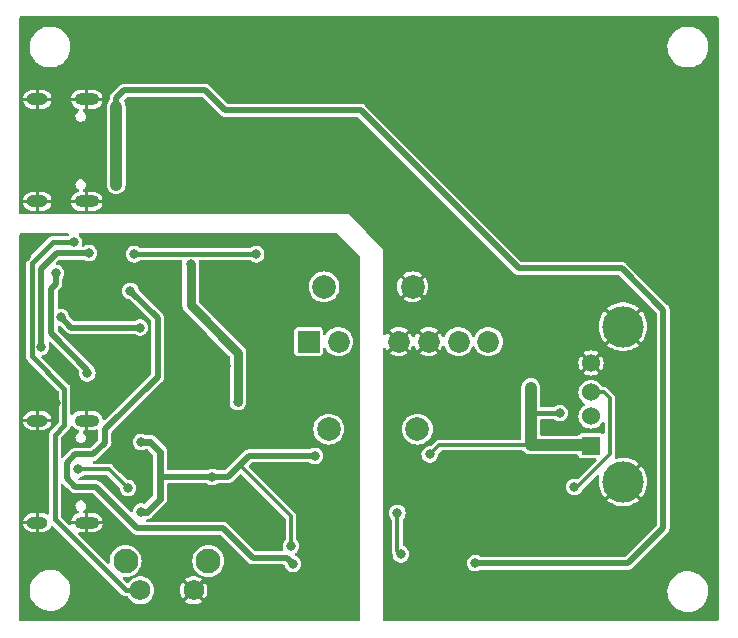
<source format=gbr>
%TF.GenerationSoftware,KiCad,Pcbnew,7.0.9*%
%TF.CreationDate,2023-12-12T13:04:40+02:00*%
%TF.ProjectId,ADuM3165_USB_ISOLATION,4144754d-3331-4363-955f-5553425f4953,rev?*%
%TF.SameCoordinates,Original*%
%TF.FileFunction,Copper,L2,Bot*%
%TF.FilePolarity,Positive*%
%FSLAX46Y46*%
G04 Gerber Fmt 4.6, Leading zero omitted, Abs format (unit mm)*
G04 Created by KiCad (PCBNEW 7.0.9) date 2023-12-12 13:04:40*
%MOMM*%
%LPD*%
G01*
G04 APERTURE LIST*
%TA.AperFunction,ComponentPad*%
%ADD10C,2.100000*%
%TD*%
%TA.AperFunction,ComponentPad*%
%ADD11C,1.750000*%
%TD*%
%TA.AperFunction,ComponentPad*%
%ADD12R,1.524000X1.524000*%
%TD*%
%TA.AperFunction,ComponentPad*%
%ADD13C,1.524000*%
%TD*%
%TA.AperFunction,ComponentPad*%
%ADD14C,3.500000*%
%TD*%
%TA.AperFunction,ComponentPad*%
%ADD15O,2.100000X1.000000*%
%TD*%
%TA.AperFunction,ComponentPad*%
%ADD16O,1.800000X1.000000*%
%TD*%
%TA.AperFunction,ComponentPad*%
%ADD17C,2.000000*%
%TD*%
%TA.AperFunction,ComponentPad*%
%ADD18R,1.850000X1.850000*%
%TD*%
%TA.AperFunction,ComponentPad*%
%ADD19C,1.850000*%
%TD*%
%TA.AperFunction,ViaPad*%
%ADD20C,0.800000*%
%TD*%
%TA.AperFunction,Conductor*%
%ADD21C,0.300000*%
%TD*%
%TA.AperFunction,Conductor*%
%ADD22C,0.500000*%
%TD*%
%TA.AperFunction,Conductor*%
%ADD23C,0.600000*%
%TD*%
%TA.AperFunction,Conductor*%
%ADD24C,0.800000*%
%TD*%
%TA.AperFunction,Conductor*%
%ADD25C,0.400000*%
%TD*%
%TA.AperFunction,Conductor*%
%ADD26C,1.000000*%
%TD*%
G04 APERTURE END LIST*
D10*
%TO.P,SW1,*%
%TO.N,*%
X116400000Y-146510000D03*
X109390000Y-146510000D03*
D11*
%TO.P,SW1,1,1*%
%TO.N,GND1*%
X115150000Y-149000000D03*
%TO.P,SW1,2,2*%
%TO.N,Net-(D5-A)*%
X110650000Y-149000000D03*
%TD*%
D12*
%TO.P,J3,1,VBUS*%
%TO.N,VDDA*%
X148800000Y-136750000D03*
D13*
%TO.P,J3,2,D-*%
%TO.N,Net-(J3-D-)*%
X148800000Y-134250000D03*
%TO.P,J3,3,D+*%
%TO.N,Net-(J3-D+)*%
X148800000Y-132250000D03*
%TO.P,J3,4,GND*%
%TO.N,GND2*%
X148800000Y-129750000D03*
D14*
%TO.P,J3,5,Shield*%
X151510000Y-139820000D03*
X151510000Y-126680000D03*
%TD*%
D15*
%TO.P,J2,S1,SHIELD*%
%TO.N,GND1*%
X106105000Y-134630000D03*
D16*
X101925000Y-134630000D03*
D15*
X106105000Y-143270000D03*
D16*
X101925000Y-143270000D03*
%TD*%
D15*
%TO.P,J1,S1,SHIELD*%
%TO.N,GND2*%
X106105000Y-107430000D03*
D16*
X101925000Y-107430000D03*
D15*
X106105000Y-116070000D03*
D16*
X101925000Y-116070000D03*
%TD*%
D17*
%TO.P,C10,1*%
%TO.N,GND2*%
X133700000Y-123300000D03*
%TO.P,C10,2*%
%TO.N,Net-(DCDC1--Vin)*%
X126200000Y-123300000D03*
%TD*%
%TO.P,C3,1*%
%TO.N,VDDA*%
X134100000Y-135350000D03*
%TO.P,C3,2*%
%TO.N,Net-(DCDC1-+Vin)*%
X126600000Y-135350000D03*
%TD*%
D18*
%TO.P,DCDC1,1,+Vin*%
%TO.N,Net-(DCDC1-+Vin)*%
X124890000Y-127936600D03*
D19*
%TO.P,DCDC1,2,-Vin*%
%TO.N,Net-(DCDC1--Vin)*%
X127430000Y-127936600D03*
%TO.P,DCDC1,4,-Vout*%
%TO.N,GND2*%
X132510000Y-127936600D03*
%TO.P,DCDC1,5,-Vout*%
X135050000Y-127936600D03*
%TO.P,DCDC1,6,+Vout*%
%TO.N,VDDA*%
X137590000Y-127936600D03*
%TO.P,DCDC1,7,+Vout*%
X140120000Y-127936600D03*
%TD*%
D20*
%TO.N,GND1*%
X117800000Y-137900000D03*
X121600000Y-139000000D03*
X124200000Y-122450000D03*
X102000000Y-136250000D03*
X118375000Y-147834000D03*
X124175000Y-141550000D03*
X106650000Y-149500000D03*
X117100000Y-133550000D03*
X115700000Y-141950000D03*
X127900000Y-145550000D03*
X101000000Y-120750000D03*
X108700000Y-119350000D03*
X109000000Y-143850000D03*
X121600000Y-144850000D03*
X101900000Y-139000000D03*
X128700000Y-141450000D03*
X109500000Y-135050000D03*
X116500000Y-119250000D03*
X117900000Y-130050000D03*
X108600000Y-132750000D03*
X103495000Y-133102000D03*
X113800000Y-133450000D03*
X123150000Y-119350000D03*
X116300000Y-130050000D03*
X115800000Y-136850000D03*
X115300000Y-131550000D03*
X128100000Y-133150000D03*
X110400000Y-139400000D03*
X101900000Y-141850000D03*
X123500000Y-134950000D03*
X124300000Y-150100000D03*
%TO.N,VDD*%
X116750000Y-139400000D03*
X118900000Y-133075000D03*
X110700000Y-136450000D03*
X110700000Y-142350000D03*
X103900000Y-125850000D03*
X110600000Y-126750000D03*
X114900000Y-121350000D03*
X123400000Y-145250000D03*
X125425000Y-137625000D03*
%TO.N,VDDA*%
X135150000Y-137500000D03*
X146150000Y-134000000D03*
X143700000Y-131850000D03*
%TO.N,GND2*%
X144700000Y-148600000D03*
X157800000Y-126950000D03*
X144800000Y-104850000D03*
X132350000Y-139600000D03*
X132100000Y-133250000D03*
X127200000Y-114150000D03*
X107900000Y-102850000D03*
X156800000Y-135150000D03*
X113000000Y-114150000D03*
X137700000Y-141650000D03*
X113650000Y-111500000D03*
X115800000Y-115950000D03*
X119500000Y-105950000D03*
X142400000Y-115950000D03*
X150700000Y-117750000D03*
X135900000Y-145000000D03*
X134000000Y-108750000D03*
X139700000Y-122050000D03*
X156700000Y-141950000D03*
X132500000Y-118150000D03*
X136900000Y-149750000D03*
X157400000Y-115850000D03*
X113100000Y-108950000D03*
X103000000Y-111850000D03*
X149900000Y-110050000D03*
X131900000Y-148000000D03*
X151900000Y-133550000D03*
%TO.N,Net-(D2-A)*%
X108600000Y-111550000D03*
X139000000Y-146700000D03*
X108600000Y-108050000D03*
X108600000Y-114650000D03*
%TO.N,Net-(D5-A)*%
X105019000Y-119513000D03*
%TO.N,Net-(U4-UD-)*%
X105400000Y-138750000D03*
X109600000Y-140350000D03*
%TO.N,Net-(J3-D+)*%
X147400000Y-140250000D03*
%TO.N,Net-(Q1-G)*%
X102225000Y-128403000D03*
X120450000Y-120550000D03*
X110120000Y-120550000D03*
X106300000Y-120450000D03*
%TO.N,Net-(U1D--)*%
X123550000Y-146750000D03*
X109800000Y-123650000D03*
X103500000Y-122150000D03*
X106162000Y-130633500D03*
%TO.N,Net-(U4-PGOOD)*%
X132400000Y-142450000D03*
X132700000Y-145950000D03*
%TD*%
D21*
%TO.N,Net-(U4-UD-)*%
X108000000Y-138750000D02*
X109600000Y-140350000D01*
X105400000Y-138750000D02*
X108000000Y-138750000D01*
D22*
%TO.N,VDD*%
X119050000Y-138400000D02*
X118050000Y-139400000D01*
D23*
X112300000Y-139350000D02*
X112300000Y-137250000D01*
X110700000Y-142350000D02*
X111200000Y-142350000D01*
X112300000Y-137250000D02*
X111500000Y-136450000D01*
X112300000Y-141250000D02*
X112300000Y-139350000D01*
X111200000Y-142350000D02*
X112300000Y-141250000D01*
D21*
X123400000Y-142750000D02*
X119050000Y-138400000D01*
D22*
X118050000Y-139400000D02*
X116750000Y-139400000D01*
X112350000Y-139400000D02*
X112300000Y-139350000D01*
D24*
X114900000Y-124875000D02*
X118900000Y-128875000D01*
D21*
X123400000Y-145250000D02*
X123400000Y-142750000D01*
D23*
X111500000Y-136450000D02*
X110700000Y-136450000D01*
D22*
X110600000Y-126750000D02*
X104800000Y-126750000D01*
D24*
X114900000Y-121350000D02*
X114900000Y-124875000D01*
D22*
X119825000Y-137625000D02*
X119050000Y-138400000D01*
X116750000Y-139400000D02*
X112350000Y-139400000D01*
D24*
X118900000Y-128875000D02*
X118900000Y-133075000D01*
D22*
X125425000Y-137625000D02*
X119825000Y-137625000D01*
X104800000Y-126750000D02*
X103900000Y-125850000D01*
D21*
%TO.N,VDDA*%
X135950000Y-136700000D02*
X135150000Y-137500000D01*
D25*
X146150000Y-134000000D02*
X144000000Y-134000000D01*
D26*
X143700000Y-136700000D02*
X143700000Y-133700000D01*
X148750000Y-136700000D02*
X148800000Y-136750000D01*
X143700000Y-136700000D02*
X148750000Y-136700000D01*
X143700000Y-133700000D02*
X143700000Y-131850000D01*
D25*
X144000000Y-134000000D02*
X143700000Y-133700000D01*
D21*
X143700000Y-136700000D02*
X135950000Y-136700000D01*
D22*
%TO.N,Net-(D2-A)*%
X154900000Y-125250000D02*
X151400000Y-121750000D01*
X151400000Y-121750000D02*
X142700000Y-121750000D01*
X142700000Y-121750000D02*
X129300000Y-108350000D01*
X109300000Y-106650000D02*
X108600000Y-107350000D01*
X154900000Y-143750000D02*
X154900000Y-125250000D01*
X139000000Y-146700000D02*
X151950000Y-146700000D01*
X117800000Y-108350000D02*
X116100000Y-106650000D01*
X151950000Y-146700000D02*
X154900000Y-143750000D01*
X108600000Y-107350000D02*
X108600000Y-108050000D01*
X129300000Y-108350000D02*
X117800000Y-108350000D01*
D26*
X108600000Y-108050000D02*
X108600000Y-114650000D01*
D22*
X116100000Y-106650000D02*
X109300000Y-106650000D01*
D25*
%TO.N,Net-(D5-A)*%
X104222000Y-135042000D02*
X103400000Y-135864000D01*
X103400000Y-135864000D02*
X103400000Y-142987436D01*
X103241000Y-119513000D02*
X101727000Y-121027000D01*
X109412564Y-149000000D02*
X110650000Y-149000000D01*
X101727000Y-121051134D02*
X101463000Y-121315134D01*
X101463000Y-121315134D02*
X101463000Y-129165000D01*
X101463000Y-129165000D02*
X104222000Y-131924000D01*
X105019000Y-119513000D02*
X103241000Y-119513000D01*
X101727000Y-121027000D02*
X101727000Y-121051134D01*
X104222000Y-131924000D02*
X104222000Y-135042000D01*
X103400000Y-142987436D02*
X109412564Y-149000000D01*
D21*
%TO.N,Net-(J3-D+)*%
X149900000Y-132250000D02*
X148800000Y-132250000D01*
X150400000Y-137500000D02*
X150400000Y-132750000D01*
X147650000Y-140250000D02*
X150400000Y-137500000D01*
X150400000Y-132750000D02*
X149900000Y-132250000D01*
X147400000Y-140250000D02*
X147650000Y-140250000D01*
D22*
%TO.N,Net-(Q1-G)*%
X103550000Y-120450000D02*
X102225000Y-121775000D01*
D25*
X120450000Y-120550000D02*
X110120000Y-120550000D01*
D22*
X102225000Y-121775000D02*
X102225000Y-128403000D01*
X106300000Y-120450000D02*
X103550000Y-120450000D01*
%TO.N,Net-(U1D--)*%
X123550000Y-146750000D02*
X123050000Y-146250000D01*
X103100000Y-123450000D02*
X103500000Y-123050000D01*
X103100000Y-127250000D02*
X103100000Y-123450000D01*
X104400000Y-138250000D02*
X105150000Y-137500000D01*
X112100000Y-130925000D02*
X112100000Y-125950000D01*
X104400000Y-139500000D02*
X104400000Y-138250000D01*
X107650000Y-136500000D02*
X107650000Y-135375000D01*
X110400000Y-143750000D02*
X106900000Y-140250000D01*
X112100000Y-125950000D02*
X109800000Y-123650000D01*
X120150000Y-146250000D02*
X117650000Y-143750000D01*
X105150000Y-140250000D02*
X104400000Y-139500000D01*
X106162000Y-130633500D02*
X106162000Y-130312000D01*
X103500000Y-123050000D02*
X103500000Y-122150000D01*
X107650000Y-135375000D02*
X112100000Y-130925000D01*
X105150000Y-137500000D02*
X106650000Y-137500000D01*
X106162000Y-130312000D02*
X103100000Y-127250000D01*
X106650000Y-137500000D02*
X107650000Y-136500000D01*
X123050000Y-146250000D02*
X120150000Y-146250000D01*
X106900000Y-140250000D02*
X105150000Y-140250000D01*
X117650000Y-143750000D02*
X110400000Y-143750000D01*
D21*
%TO.N,Net-(U4-PGOOD)*%
X132400000Y-145650000D02*
X132700000Y-145950000D01*
X132400000Y-142450000D02*
X132400000Y-145650000D01*
%TD*%
%TA.AperFunction,Conductor*%
%TO.N,GND2*%
G36*
X159541621Y-100420502D02*
G01*
X159588114Y-100474158D01*
X159599500Y-100526500D01*
X159599500Y-151473500D01*
X159579498Y-151541621D01*
X159525842Y-151588114D01*
X159473500Y-151599500D01*
X131326000Y-151599500D01*
X131257879Y-151579498D01*
X131211386Y-151525842D01*
X131200000Y-151473500D01*
X131200000Y-149033637D01*
X155268687Y-149033637D01*
X155278847Y-149298701D01*
X155329348Y-149559097D01*
X155419011Y-149808747D01*
X155419015Y-149808755D01*
X155545728Y-150041775D01*
X155706530Y-150252728D01*
X155706534Y-150252733D01*
X155897657Y-150436670D01*
X156114617Y-150589277D01*
X156352331Y-150706976D01*
X156605225Y-150787009D01*
X156709721Y-150803149D01*
X156867361Y-150827499D01*
X156867370Y-150827499D01*
X156867372Y-150827500D01*
X156867373Y-150827500D01*
X157066219Y-150827500D01*
X157066220Y-150827500D01*
X157105669Y-150824471D01*
X157264469Y-150812280D01*
X157264470Y-150812279D01*
X157264478Y-150812279D01*
X157522756Y-150751839D01*
X157768782Y-150652682D01*
X157996788Y-150517131D01*
X158201430Y-150348364D01*
X158377912Y-150150336D01*
X158522096Y-149927690D01*
X158630604Y-149685643D01*
X158700892Y-149429869D01*
X158731313Y-149166363D01*
X158721153Y-148901301D01*
X158670650Y-148640897D01*
X158580989Y-148391254D01*
X158532415Y-148301929D01*
X158454271Y-148158224D01*
X158293469Y-147947271D01*
X158293466Y-147947267D01*
X158102343Y-147763330D01*
X157885383Y-147610723D01*
X157647669Y-147493024D01*
X157394775Y-147412991D01*
X157394773Y-147412990D01*
X157394771Y-147412990D01*
X157132638Y-147372500D01*
X157132628Y-147372500D01*
X156933780Y-147372500D01*
X156923374Y-147373298D01*
X156735530Y-147387719D01*
X156668082Y-147403502D01*
X156477244Y-147448161D01*
X156477241Y-147448161D01*
X156477237Y-147448163D01*
X156231223Y-147547315D01*
X156231213Y-147547320D01*
X156003217Y-147682865D01*
X156003210Y-147682870D01*
X155798576Y-147851629D01*
X155798570Y-147851635D01*
X155622086Y-148049666D01*
X155622084Y-148049669D01*
X155477903Y-148272310D01*
X155477901Y-148272313D01*
X155369397Y-148514353D01*
X155299109Y-148770125D01*
X155299107Y-148770132D01*
X155268687Y-149033635D01*
X155268687Y-149033637D01*
X131200000Y-149033637D01*
X131200000Y-142450002D01*
X131694355Y-142450002D01*
X131714859Y-142618871D01*
X131775179Y-142777925D01*
X131775181Y-142777929D01*
X131871816Y-142917928D01*
X131871821Y-142917933D01*
X131907051Y-142949143D01*
X131944778Y-143009286D01*
X131949500Y-143043457D01*
X131949500Y-145621156D01*
X131949104Y-145628212D01*
X131944730Y-145667035D01*
X131954359Y-145717929D01*
X131955788Y-145725478D01*
X131964653Y-145784291D01*
X131967160Y-145792421D01*
X131969979Y-145800477D01*
X131986125Y-145831027D01*
X132000271Y-145900600D01*
X131999808Y-145905088D01*
X131994356Y-145949997D01*
X131994355Y-145950003D01*
X132014859Y-146118871D01*
X132075179Y-146277925D01*
X132075181Y-146277929D01*
X132140163Y-146372070D01*
X132171817Y-146417929D01*
X132299148Y-146530734D01*
X132449775Y-146609790D01*
X132449776Y-146609790D01*
X132449778Y-146609791D01*
X132542393Y-146632618D01*
X132614944Y-146650500D01*
X132614947Y-146650500D01*
X132785053Y-146650500D01*
X132785056Y-146650500D01*
X132950225Y-146609790D01*
X133100852Y-146530734D01*
X133228183Y-146417929D01*
X133324818Y-146277930D01*
X133385140Y-146118872D01*
X133405645Y-145950000D01*
X133395556Y-145866914D01*
X133385140Y-145781128D01*
X133324820Y-145622074D01*
X133324818Y-145622070D01*
X133228183Y-145482071D01*
X133228181Y-145482069D01*
X133100857Y-145369270D01*
X133100851Y-145369265D01*
X132950225Y-145290210D01*
X132950214Y-145290206D01*
X132946336Y-145289250D01*
X132943801Y-145287773D01*
X132943095Y-145287506D01*
X132943139Y-145287388D01*
X132884985Y-145253522D01*
X132852689Y-145190296D01*
X132850500Y-145166914D01*
X132850500Y-143043457D01*
X132870502Y-142975336D01*
X132892949Y-142949143D01*
X132908864Y-142935044D01*
X132928183Y-142917929D01*
X133024818Y-142777930D01*
X133025816Y-142775300D01*
X133073145Y-142650500D01*
X133085140Y-142618872D01*
X133105645Y-142450000D01*
X133089608Y-142317929D01*
X133085140Y-142281128D01*
X133024820Y-142122074D01*
X133024818Y-142122070D01*
X132928183Y-141982071D01*
X132928181Y-141982069D01*
X132800857Y-141869270D01*
X132800851Y-141869265D01*
X132650225Y-141790210D01*
X132650221Y-141790208D01*
X132485059Y-141749500D01*
X132485056Y-141749500D01*
X132314944Y-141749500D01*
X132314940Y-141749500D01*
X132149778Y-141790208D01*
X132149774Y-141790210D01*
X131999148Y-141869265D01*
X131999142Y-141869270D01*
X131871818Y-141982069D01*
X131871816Y-141982071D01*
X131775181Y-142122070D01*
X131775179Y-142122074D01*
X131714859Y-142281128D01*
X131694355Y-142449997D01*
X131694355Y-142450002D01*
X131200000Y-142450002D01*
X131200000Y-137500000D01*
X134444355Y-137500000D01*
X134464859Y-137668871D01*
X134525179Y-137827925D01*
X134525181Y-137827929D01*
X134621816Y-137967928D01*
X134621818Y-137967930D01*
X134735758Y-138068872D01*
X134749148Y-138080734D01*
X134899775Y-138159790D01*
X134899776Y-138159790D01*
X134899778Y-138159791D01*
X135056461Y-138198409D01*
X135064944Y-138200500D01*
X135064947Y-138200500D01*
X135235053Y-138200500D01*
X135235056Y-138200500D01*
X135400225Y-138159790D01*
X135550852Y-138080734D01*
X135678183Y-137967929D01*
X135774818Y-137827930D01*
X135835140Y-137668872D01*
X135855645Y-137500000D01*
X135855619Y-137499789D01*
X135855645Y-137499635D01*
X135855645Y-137492378D01*
X135856851Y-137492378D01*
X135867258Y-137429756D01*
X135891601Y-137395500D01*
X136099699Y-137187404D01*
X136162011Y-137153379D01*
X136188794Y-137150500D01*
X142968227Y-137150500D01*
X143036348Y-137170502D01*
X143066739Y-137197942D01*
X143070187Y-137202266D01*
X143197737Y-137329816D01*
X143197739Y-137329817D01*
X143350474Y-137425787D01*
X143350475Y-137425787D01*
X143350478Y-137425789D01*
X143520745Y-137485368D01*
X143650608Y-137500000D01*
X143700000Y-137505565D01*
X143741441Y-137500895D01*
X143748496Y-137500500D01*
X147622331Y-137500500D01*
X147690452Y-137520502D01*
X147736945Y-137574158D01*
X147737595Y-137575606D01*
X147785793Y-137684764D01*
X147785795Y-137684767D01*
X147865232Y-137764204D01*
X147865234Y-137764205D01*
X147865235Y-137764206D01*
X147968009Y-137809585D01*
X147993135Y-137812500D01*
X149146206Y-137812499D01*
X149214327Y-137832501D01*
X149260820Y-137886157D01*
X149270924Y-137956431D01*
X149241431Y-138021011D01*
X149235301Y-138027594D01*
X147718494Y-139544401D01*
X147656182Y-139578427D01*
X147599246Y-139577645D01*
X147537866Y-139562516D01*
X147485057Y-139549500D01*
X147485056Y-139549500D01*
X147314944Y-139549500D01*
X147314940Y-139549500D01*
X147149778Y-139590208D01*
X147149774Y-139590210D01*
X146999148Y-139669265D01*
X146999142Y-139669270D01*
X146871818Y-139782069D01*
X146871816Y-139782071D01*
X146775181Y-139922070D01*
X146775179Y-139922074D01*
X146714859Y-140081128D01*
X146694355Y-140249997D01*
X146694355Y-140250002D01*
X146714859Y-140418871D01*
X146775179Y-140577925D01*
X146775181Y-140577929D01*
X146871816Y-140717928D01*
X146871818Y-140717930D01*
X146970497Y-140805352D01*
X146999148Y-140830734D01*
X147149775Y-140909790D01*
X147149776Y-140909790D01*
X147149778Y-140909791D01*
X147234749Y-140930734D01*
X147314944Y-140950500D01*
X147314947Y-140950500D01*
X147485053Y-140950500D01*
X147485056Y-140950500D01*
X147650225Y-140909790D01*
X147800852Y-140830734D01*
X147928183Y-140717929D01*
X148024818Y-140577930D01*
X148055332Y-140497468D01*
X148084046Y-140453056D01*
X149301307Y-139235794D01*
X149363615Y-139201773D01*
X149434430Y-139206837D01*
X149491266Y-139249384D01*
X149516077Y-139315904D01*
X149513763Y-139350528D01*
X149474347Y-139540213D01*
X149474346Y-139540219D01*
X149455210Y-139819995D01*
X149455210Y-139820004D01*
X149474346Y-140099780D01*
X149474347Y-140099786D01*
X149531405Y-140374369D01*
X149531407Y-140374377D01*
X149625325Y-140638637D01*
X149754345Y-140887630D01*
X149754353Y-140887643D01*
X149916075Y-141116753D01*
X149916076Y-141116754D01*
X149957142Y-141160723D01*
X149957144Y-141160723D01*
X150594795Y-140523071D01*
X150731931Y-140673501D01*
X150809814Y-140732316D01*
X150169761Y-141372369D01*
X150169761Y-141372370D01*
X150325035Y-141498696D01*
X150564665Y-141644419D01*
X150821886Y-141756145D01*
X151091943Y-141831812D01*
X151369765Y-141869999D01*
X151369776Y-141870000D01*
X151650224Y-141870000D01*
X151650234Y-141869999D01*
X151928056Y-141831812D01*
X152198113Y-141756145D01*
X152455334Y-141644419D01*
X152694964Y-141498696D01*
X152850237Y-141372370D01*
X152850237Y-141372368D01*
X152210185Y-140732316D01*
X152288069Y-140673501D01*
X152425203Y-140523072D01*
X153062855Y-141160724D01*
X153062856Y-141160723D01*
X153103922Y-141116754D01*
X153265652Y-140887633D01*
X153265654Y-140887630D01*
X153394674Y-140638637D01*
X153488592Y-140374377D01*
X153488594Y-140374369D01*
X153545652Y-140099786D01*
X153545653Y-140099780D01*
X153564790Y-139820004D01*
X153564790Y-139819995D01*
X153545653Y-139540219D01*
X153545652Y-139540213D01*
X153488594Y-139265630D01*
X153488592Y-139265622D01*
X153394674Y-139001362D01*
X153265654Y-138752369D01*
X153265646Y-138752356D01*
X153103924Y-138523246D01*
X153103923Y-138523245D01*
X153062856Y-138479275D01*
X153062854Y-138479275D01*
X152425202Y-139116926D01*
X152288069Y-138966499D01*
X152210184Y-138907683D01*
X152850238Y-138267630D01*
X152850237Y-138267628D01*
X152694964Y-138141303D01*
X152455334Y-137995580D01*
X152198113Y-137883854D01*
X151928056Y-137808187D01*
X151650234Y-137770000D01*
X151369765Y-137770000D01*
X151091941Y-137808188D01*
X150969037Y-137842624D01*
X150898046Y-137841742D01*
X150838801Y-137802620D01*
X150810112Y-137737678D01*
X150814641Y-137684157D01*
X150828006Y-137640827D01*
X150833544Y-137625000D01*
X150847646Y-137584700D01*
X150847646Y-137584690D01*
X150849229Y-137576325D01*
X150850500Y-137567901D01*
X150850500Y-137508426D01*
X150850782Y-137500896D01*
X150852724Y-137448990D01*
X150852722Y-137448984D01*
X150851667Y-137439608D01*
X150852528Y-137439510D01*
X150850500Y-137424102D01*
X150850500Y-132778842D01*
X150850896Y-132771782D01*
X150855270Y-132732965D01*
X150849740Y-132703738D01*
X150844211Y-132674512D01*
X150840859Y-132652280D01*
X150835348Y-132615713D01*
X150835345Y-132615708D01*
X150832824Y-132607532D01*
X150830023Y-132599527D01*
X150802222Y-132546926D01*
X150776426Y-132493360D01*
X150771628Y-132486322D01*
X150766562Y-132479458D01*
X150724516Y-132437413D01*
X150684054Y-132393804D01*
X150676674Y-132387919D01*
X150677213Y-132387242D01*
X150664880Y-132377777D01*
X150456369Y-132169266D01*
X150238942Y-131951839D01*
X150234239Y-131946576D01*
X150209880Y-131916031D01*
X150209881Y-131916031D01*
X150160728Y-131882519D01*
X150112879Y-131847204D01*
X150105330Y-131843214D01*
X150097674Y-131839528D01*
X150040822Y-131821992D01*
X149992392Y-131805046D01*
X149984699Y-131802354D01*
X149984698Y-131802353D01*
X149984696Y-131802353D01*
X149976320Y-131800767D01*
X149967905Y-131799500D01*
X149967902Y-131799500D01*
X149908426Y-131799500D01*
X149848990Y-131797276D01*
X149848989Y-131797276D01*
X149839555Y-131796923D01*
X149839641Y-131794598D01*
X149782672Y-131784619D01*
X149730464Y-131736507D01*
X149727375Y-131731057D01*
X149687710Y-131656849D01*
X149682604Y-131650627D01*
X149554936Y-131495064D01*
X149393150Y-131362289D01*
X149208569Y-131263628D01*
X149008286Y-131202873D01*
X149008285Y-131202872D01*
X149008279Y-131202871D01*
X148800003Y-131182359D01*
X148799997Y-131182359D01*
X148591720Y-131202871D01*
X148391430Y-131263628D01*
X148206849Y-131362289D01*
X148045064Y-131495064D01*
X147912289Y-131656849D01*
X147813628Y-131841430D01*
X147752871Y-132041720D01*
X147732359Y-132249996D01*
X147732359Y-132250003D01*
X147752871Y-132458279D01*
X147752872Y-132458285D01*
X147752873Y-132458286D01*
X147813628Y-132658569D01*
X147912289Y-132843150D01*
X148045064Y-133004936D01*
X148206850Y-133137711D01*
X148206852Y-133137712D01*
X148206851Y-133137712D01*
X148209036Y-133138880D01*
X148209965Y-133139792D01*
X148211995Y-133141149D01*
X148211737Y-133141534D01*
X148259683Y-133188633D01*
X148275391Y-133257870D01*
X148251173Y-133324608D01*
X148211870Y-133358664D01*
X148211995Y-133358851D01*
X148210507Y-133359844D01*
X148209036Y-133361120D01*
X148206851Y-133362287D01*
X148045064Y-133495064D01*
X147912289Y-133656849D01*
X147813628Y-133841430D01*
X147752871Y-134041720D01*
X147732359Y-134249996D01*
X147732359Y-134250003D01*
X147752871Y-134458279D01*
X147752872Y-134458285D01*
X147752873Y-134458286D01*
X147813628Y-134658569D01*
X147912289Y-134843150D01*
X148045064Y-135004936D01*
X148206850Y-135137711D01*
X148391431Y-135236372D01*
X148591714Y-135297127D01*
X148591718Y-135297127D01*
X148591720Y-135297128D01*
X148799997Y-135317641D01*
X148800000Y-135317641D01*
X148800003Y-135317641D01*
X149008279Y-135297128D01*
X149008280Y-135297127D01*
X149008286Y-135297127D01*
X149208569Y-135236372D01*
X149393150Y-135137711D01*
X149554936Y-135004936D01*
X149687711Y-134843150D01*
X149712378Y-134797000D01*
X149762130Y-134746353D01*
X149831367Y-134730643D01*
X149898106Y-134754859D01*
X149941158Y-134811313D01*
X149949500Y-134856397D01*
X149949500Y-135646338D01*
X149929498Y-135714459D01*
X149875842Y-135760952D01*
X149805568Y-135771056D01*
X149740988Y-135741562D01*
X149734869Y-135735865D01*
X149734765Y-135735794D01*
X149631989Y-135690414D01*
X149631990Y-135690414D01*
X149606868Y-135687500D01*
X147993140Y-135687500D01*
X147993133Y-135687501D01*
X147968009Y-135690414D01*
X147968005Y-135690416D01*
X147865234Y-135735793D01*
X147785795Y-135815232D01*
X147785793Y-135815236D01*
X147781750Y-135824393D01*
X147735938Y-135878631D01*
X147668075Y-135899490D01*
X147666486Y-135899500D01*
X144626500Y-135899500D01*
X144558379Y-135879498D01*
X144511886Y-135825842D01*
X144500500Y-135773500D01*
X144500500Y-134626500D01*
X144520502Y-134558379D01*
X144574158Y-134511886D01*
X144626500Y-134500500D01*
X145610797Y-134500500D01*
X145678918Y-134520502D01*
X145694346Y-134532184D01*
X145749148Y-134580734D01*
X145899775Y-134659790D01*
X145899776Y-134659790D01*
X145899778Y-134659791D01*
X146051807Y-134697262D01*
X146064944Y-134700500D01*
X146064947Y-134700500D01*
X146235053Y-134700500D01*
X146235056Y-134700500D01*
X146400225Y-134659790D01*
X146550852Y-134580734D01*
X146678183Y-134467929D01*
X146774818Y-134327930D01*
X146835140Y-134168872D01*
X146855645Y-134000000D01*
X146835140Y-133831128D01*
X146814965Y-133777930D01*
X146774820Y-133672074D01*
X146774818Y-133672070D01*
X146678183Y-133532071D01*
X146678181Y-133532069D01*
X146550857Y-133419270D01*
X146550851Y-133419265D01*
X146400225Y-133340210D01*
X146400221Y-133340208D01*
X146235059Y-133299500D01*
X146235056Y-133299500D01*
X146064944Y-133299500D01*
X146064940Y-133299500D01*
X145899778Y-133340208D01*
X145899774Y-133340210D01*
X145821813Y-133381128D01*
X145749148Y-133419266D01*
X145694348Y-133467813D01*
X145630096Y-133498013D01*
X145610797Y-133499500D01*
X144626500Y-133499500D01*
X144558379Y-133479498D01*
X144511886Y-133425842D01*
X144500500Y-133373500D01*
X144500500Y-131805045D01*
X144497852Y-131781543D01*
X144485368Y-131670745D01*
X144425789Y-131500478D01*
X144425787Y-131500475D01*
X144425787Y-131500474D01*
X144329817Y-131347739D01*
X144329816Y-131347737D01*
X144202262Y-131220183D01*
X144202260Y-131220182D01*
X144049525Y-131124212D01*
X144049522Y-131124211D01*
X143879255Y-131064632D01*
X143700000Y-131044435D01*
X143520745Y-131064632D01*
X143520742Y-131064632D01*
X143520742Y-131064633D01*
X143350477Y-131124211D01*
X143350474Y-131124212D01*
X143197739Y-131220182D01*
X143197737Y-131220183D01*
X143070183Y-131347737D01*
X143070182Y-131347739D01*
X142974212Y-131500474D01*
X142974211Y-131500477D01*
X142921672Y-131650627D01*
X142914632Y-131670745D01*
X142902148Y-131781543D01*
X142899500Y-131805045D01*
X142899500Y-136123500D01*
X142879498Y-136191621D01*
X142825842Y-136238114D01*
X142773500Y-136249500D01*
X135978844Y-136249500D01*
X135971787Y-136249104D01*
X135932965Y-136244730D01*
X135932964Y-136244730D01*
X135932962Y-136244730D01*
X135874508Y-136255788D01*
X135815715Y-136264651D01*
X135807538Y-136267173D01*
X135799526Y-136269976D01*
X135746915Y-136297783D01*
X135693361Y-136323573D01*
X135686293Y-136328391D01*
X135679462Y-136333433D01*
X135637400Y-136375495D01*
X135593808Y-136415941D01*
X135587923Y-136423322D01*
X135587247Y-136422783D01*
X135577784Y-136435110D01*
X135250302Y-136762595D01*
X135187990Y-136796620D01*
X135161206Y-136799500D01*
X135064940Y-136799500D01*
X134899778Y-136840208D01*
X134899774Y-136840210D01*
X134749148Y-136919265D01*
X134749142Y-136919270D01*
X134621818Y-137032069D01*
X134621816Y-137032071D01*
X134525181Y-137172070D01*
X134525179Y-137172074D01*
X134464859Y-137331128D01*
X134444355Y-137499997D01*
X134444355Y-137500000D01*
X131200000Y-137500000D01*
X131200000Y-135350000D01*
X132794532Y-135350000D01*
X132814365Y-135576695D01*
X132873260Y-135796493D01*
X132873262Y-135796498D01*
X132969433Y-136002737D01*
X133099948Y-136189134D01*
X133099957Y-136189144D01*
X133260855Y-136350042D01*
X133260865Y-136350051D01*
X133447262Y-136480566D01*
X133447261Y-136480566D01*
X133448252Y-136481028D01*
X133653504Y-136576739D01*
X133873308Y-136635635D01*
X134100000Y-136655468D01*
X134326692Y-136635635D01*
X134546496Y-136576739D01*
X134752734Y-136480568D01*
X134764552Y-136472293D01*
X134939134Y-136350051D01*
X134939136Y-136350048D01*
X134939139Y-136350047D01*
X135100047Y-136189139D01*
X135119171Y-136161828D01*
X135230566Y-136002737D01*
X135230566Y-136002736D01*
X135230568Y-136002734D01*
X135326739Y-135796496D01*
X135385635Y-135576692D01*
X135405468Y-135350000D01*
X135385635Y-135123308D01*
X135326739Y-134903504D01*
X135230568Y-134697266D01*
X135230567Y-134697265D01*
X135230566Y-134697262D01*
X135100051Y-134510865D01*
X135100042Y-134510855D01*
X134939144Y-134349957D01*
X134939134Y-134349948D01*
X134752737Y-134219433D01*
X134752738Y-134219433D01*
X134546498Y-134123262D01*
X134546493Y-134123260D01*
X134326695Y-134064365D01*
X134100000Y-134044532D01*
X133873304Y-134064365D01*
X133653506Y-134123260D01*
X133653501Y-134123262D01*
X133447262Y-134219433D01*
X133260865Y-134349948D01*
X133260855Y-134349957D01*
X133099957Y-134510855D01*
X133099948Y-134510865D01*
X132969433Y-134697262D01*
X132873262Y-134903501D01*
X132873260Y-134903506D01*
X132814365Y-135123304D01*
X132794532Y-135350000D01*
X131200000Y-135350000D01*
X131200000Y-129750003D01*
X147732861Y-129750003D01*
X147753364Y-129958181D01*
X147814092Y-130158376D01*
X147912706Y-130342871D01*
X147949798Y-130388067D01*
X148385329Y-129952536D01*
X148397128Y-129982598D01*
X148483586Y-130091013D01*
X148595094Y-130167037D01*
X148161930Y-130600200D01*
X148207125Y-130637291D01*
X148207125Y-130637292D01*
X148391623Y-130735907D01*
X148591818Y-130796635D01*
X148799997Y-130817139D01*
X148800003Y-130817139D01*
X149008181Y-130796635D01*
X149208376Y-130735907D01*
X149392866Y-130637296D01*
X149392872Y-130637292D01*
X149438067Y-130600200D01*
X149438068Y-130600199D01*
X149001428Y-130163559D01*
X149062054Y-130134363D01*
X149163705Y-130040045D01*
X149214388Y-129952257D01*
X149650199Y-130388068D01*
X149650200Y-130388067D01*
X149687292Y-130342872D01*
X149687296Y-130342866D01*
X149785907Y-130158376D01*
X149846635Y-129958181D01*
X149867139Y-129750003D01*
X149867139Y-129749996D01*
X149846635Y-129541818D01*
X149785907Y-129341623D01*
X149687291Y-129157125D01*
X149650200Y-129111930D01*
X149214669Y-129547461D01*
X149202872Y-129517402D01*
X149116414Y-129408987D01*
X149004905Y-129332962D01*
X149438067Y-128899798D01*
X149392871Y-128862706D01*
X149208376Y-128764092D01*
X149008181Y-128703364D01*
X148800003Y-128682861D01*
X148799997Y-128682861D01*
X148591818Y-128703364D01*
X148391623Y-128764092D01*
X148207128Y-128862706D01*
X148161930Y-128899799D01*
X148598571Y-129336440D01*
X148537946Y-129365637D01*
X148436295Y-129459955D01*
X148385611Y-129547742D01*
X147949799Y-129111930D01*
X147912706Y-129157128D01*
X147814092Y-129341623D01*
X147753364Y-129541818D01*
X147732861Y-129749996D01*
X147732861Y-129750003D01*
X131200000Y-129750003D01*
X131200000Y-128594241D01*
X131220002Y-128526120D01*
X131273658Y-128479627D01*
X131343932Y-128469523D01*
X131408512Y-128499017D01*
X131440196Y-128540994D01*
X131445064Y-128551435D01*
X131445067Y-128551440D01*
X131543066Y-128691398D01*
X131543068Y-128691398D01*
X132122410Y-128112055D01*
X132161882Y-128189523D01*
X132257077Y-128284718D01*
X132334542Y-128324188D01*
X131755200Y-128903530D01*
X131755200Y-128903531D01*
X131895161Y-129001533D01*
X131895160Y-129001533D01*
X132089421Y-129092118D01*
X132089426Y-129092120D01*
X132296469Y-129147596D01*
X132510000Y-129166278D01*
X132723530Y-129147596D01*
X132930573Y-129092120D01*
X132930578Y-129092118D01*
X133124839Y-129001533D01*
X133264798Y-128903531D01*
X133264798Y-128903529D01*
X132685457Y-128324188D01*
X132762923Y-128284718D01*
X132858118Y-128189523D01*
X132897588Y-128112057D01*
X133476929Y-128691398D01*
X133476931Y-128691398D01*
X133574933Y-128551439D01*
X133665805Y-128356563D01*
X133712722Y-128303278D01*
X133780999Y-128283817D01*
X133848959Y-128304359D01*
X133894195Y-128356563D01*
X133985066Y-128551438D01*
X133985067Y-128551440D01*
X134083066Y-128691398D01*
X134083068Y-128691398D01*
X134662410Y-128112055D01*
X134701882Y-128189523D01*
X134797077Y-128284718D01*
X134874542Y-128324188D01*
X134295200Y-128903530D01*
X134295200Y-128903531D01*
X134435161Y-129001533D01*
X134435160Y-129001533D01*
X134629421Y-129092118D01*
X134629426Y-129092120D01*
X134836469Y-129147596D01*
X135050000Y-129166278D01*
X135263530Y-129147596D01*
X135470573Y-129092120D01*
X135470578Y-129092118D01*
X135664839Y-129001533D01*
X135804798Y-128903531D01*
X135804798Y-128903529D01*
X135225457Y-128324188D01*
X135302923Y-128284718D01*
X135398118Y-128189523D01*
X135437588Y-128112057D01*
X136016929Y-128691398D01*
X136016931Y-128691398D01*
X136114933Y-128551438D01*
X136114935Y-128551435D01*
X136205528Y-128357156D01*
X136252445Y-128303870D01*
X136320722Y-128284409D01*
X136388682Y-128304950D01*
X136433918Y-128357155D01*
X136524514Y-128551438D01*
X136524632Y-128551691D01*
X136630835Y-128703364D01*
X136647627Y-128727345D01*
X136647630Y-128727349D01*
X136799250Y-128878969D01*
X136799254Y-128878972D01*
X136799255Y-128878973D01*
X136974909Y-129001968D01*
X137169253Y-129092592D01*
X137376381Y-129148092D01*
X137590000Y-129166781D01*
X137803619Y-129148092D01*
X138010747Y-129092592D01*
X138205091Y-129001968D01*
X138380745Y-128878973D01*
X138532373Y-128727345D01*
X138655368Y-128551691D01*
X138740805Y-128368469D01*
X138787722Y-128315185D01*
X138855999Y-128295724D01*
X138923959Y-128316266D01*
X138969194Y-128368469D01*
X139021028Y-128479627D01*
X139054512Y-128551435D01*
X139054632Y-128551691D01*
X139160835Y-128703364D01*
X139177627Y-128727345D01*
X139177630Y-128727349D01*
X139329250Y-128878969D01*
X139329254Y-128878972D01*
X139329255Y-128878973D01*
X139504909Y-129001968D01*
X139699253Y-129092592D01*
X139906381Y-129148092D01*
X140120000Y-129166781D01*
X140333619Y-129148092D01*
X140540747Y-129092592D01*
X140735091Y-129001968D01*
X140910745Y-128878973D01*
X141062373Y-128727345D01*
X141185368Y-128551691D01*
X141275992Y-128357347D01*
X141331492Y-128150219D01*
X141350181Y-127936600D01*
X141331492Y-127722981D01*
X141275992Y-127515853D01*
X141185368Y-127321510D01*
X141062373Y-127145855D01*
X140910745Y-126994227D01*
X140875668Y-126969666D01*
X140835599Y-126941609D01*
X140735091Y-126871232D01*
X140735087Y-126871230D01*
X140540750Y-126780609D01*
X140540745Y-126780607D01*
X140426517Y-126750000D01*
X140333619Y-126725108D01*
X140120000Y-126706419D01*
X139906381Y-126725108D01*
X139850882Y-126739978D01*
X139699254Y-126780607D01*
X139699250Y-126780609D01*
X139504909Y-126871232D01*
X139329258Y-126994224D01*
X139329252Y-126994229D01*
X139177629Y-127145852D01*
X139177624Y-127145858D01*
X139054632Y-127321509D01*
X138969195Y-127504729D01*
X138922277Y-127558014D01*
X138854000Y-127577475D01*
X138786040Y-127556933D01*
X138740805Y-127504729D01*
X138684699Y-127384410D01*
X138655368Y-127321510D01*
X138532373Y-127145855D01*
X138380745Y-126994227D01*
X138345668Y-126969666D01*
X138305599Y-126941609D01*
X138205091Y-126871232D01*
X138205087Y-126871230D01*
X138010750Y-126780609D01*
X138010745Y-126780607D01*
X137896517Y-126750000D01*
X137803619Y-126725108D01*
X137590000Y-126706419D01*
X137376381Y-126725108D01*
X137320882Y-126739978D01*
X137169254Y-126780607D01*
X137169250Y-126780609D01*
X136974909Y-126871232D01*
X136799258Y-126994224D01*
X136799252Y-126994229D01*
X136647629Y-127145852D01*
X136647624Y-127145858D01*
X136524630Y-127321511D01*
X136433917Y-127516045D01*
X136387000Y-127569329D01*
X136318723Y-127588790D01*
X136250763Y-127568248D01*
X136205528Y-127516044D01*
X136114933Y-127321762D01*
X136114932Y-127321760D01*
X136016932Y-127181800D01*
X136016930Y-127181800D01*
X135437588Y-127761142D01*
X135398118Y-127683677D01*
X135302923Y-127588482D01*
X135225455Y-127549010D01*
X135804798Y-126969668D01*
X135804798Y-126969666D01*
X135664840Y-126871667D01*
X135664838Y-126871666D01*
X135470578Y-126781081D01*
X135470573Y-126781079D01*
X135263530Y-126725603D01*
X135050000Y-126706921D01*
X134836469Y-126725603D01*
X134629426Y-126781079D01*
X134629422Y-126781081D01*
X134435157Y-126871668D01*
X134295200Y-126969666D01*
X134295200Y-126969667D01*
X134874543Y-127549010D01*
X134797077Y-127588482D01*
X134701882Y-127683677D01*
X134662410Y-127761143D01*
X134083067Y-127181800D01*
X134083066Y-127181800D01*
X133985068Y-127321757D01*
X133894195Y-127516636D01*
X133847278Y-127569921D01*
X133779000Y-127589382D01*
X133711040Y-127568840D01*
X133665805Y-127516636D01*
X133574933Y-127321762D01*
X133574932Y-127321760D01*
X133476932Y-127181800D01*
X133476930Y-127181800D01*
X132897588Y-127761142D01*
X132858118Y-127683677D01*
X132762923Y-127588482D01*
X132685455Y-127549010D01*
X133264798Y-126969668D01*
X133264798Y-126969666D01*
X133124840Y-126871667D01*
X133124838Y-126871666D01*
X132930578Y-126781081D01*
X132930573Y-126781079D01*
X132723530Y-126725603D01*
X132510000Y-126706921D01*
X132296469Y-126725603D01*
X132089426Y-126781079D01*
X132089422Y-126781081D01*
X131895157Y-126871668D01*
X131755200Y-126969666D01*
X131755200Y-126969667D01*
X132334543Y-127549010D01*
X132257077Y-127588482D01*
X132161882Y-127683677D01*
X132122410Y-127761143D01*
X131543067Y-127181800D01*
X131543066Y-127181800D01*
X131445068Y-127321757D01*
X131445065Y-127321763D01*
X131440193Y-127332211D01*
X131393275Y-127385495D01*
X131324997Y-127404954D01*
X131257038Y-127384410D01*
X131210973Y-127330386D01*
X131200000Y-127278958D01*
X131200000Y-126680004D01*
X149455210Y-126680004D01*
X149474346Y-126959780D01*
X149474347Y-126959786D01*
X149531405Y-127234369D01*
X149531407Y-127234377D01*
X149625325Y-127498637D01*
X149754345Y-127747630D01*
X149754353Y-127747643D01*
X149916075Y-127976753D01*
X149916076Y-127976754D01*
X149957142Y-128020723D01*
X149957144Y-128020723D01*
X150594795Y-127383071D01*
X150731931Y-127533501D01*
X150809814Y-127592316D01*
X150169761Y-128232369D01*
X150169761Y-128232370D01*
X150325035Y-128358696D01*
X150564665Y-128504419D01*
X150821886Y-128616145D01*
X151091943Y-128691812D01*
X151369765Y-128729999D01*
X151369776Y-128730000D01*
X151650224Y-128730000D01*
X151650234Y-128729999D01*
X151928056Y-128691812D01*
X152198113Y-128616145D01*
X152455334Y-128504419D01*
X152694964Y-128358696D01*
X152850237Y-128232370D01*
X152850237Y-128232368D01*
X152210185Y-127592316D01*
X152288069Y-127533501D01*
X152425203Y-127383072D01*
X153062855Y-128020724D01*
X153062856Y-128020723D01*
X153103922Y-127976754D01*
X153265652Y-127747633D01*
X153265654Y-127747630D01*
X153394674Y-127498637D01*
X153488592Y-127234377D01*
X153488594Y-127234369D01*
X153545652Y-126959786D01*
X153545653Y-126959780D01*
X153564790Y-126680004D01*
X153564790Y-126679995D01*
X153545653Y-126400219D01*
X153545652Y-126400213D01*
X153488594Y-126125630D01*
X153488592Y-126125622D01*
X153394674Y-125861362D01*
X153265654Y-125612369D01*
X153265646Y-125612356D01*
X153103924Y-125383246D01*
X153103923Y-125383245D01*
X153062856Y-125339275D01*
X153062854Y-125339275D01*
X152425202Y-125976926D01*
X152288069Y-125826499D01*
X152210185Y-125767683D01*
X152850238Y-125127630D01*
X152850237Y-125127628D01*
X152694964Y-125001303D01*
X152455334Y-124855580D01*
X152198113Y-124743854D01*
X151928056Y-124668187D01*
X151650234Y-124630000D01*
X151369765Y-124630000D01*
X151091943Y-124668187D01*
X150821886Y-124743854D01*
X150564665Y-124855580D01*
X150325040Y-125001300D01*
X150169761Y-125127628D01*
X150169760Y-125127629D01*
X150809814Y-125767683D01*
X150731931Y-125826499D01*
X150594796Y-125976927D01*
X149957144Y-125339275D01*
X149957142Y-125339275D01*
X149916073Y-125383250D01*
X149754353Y-125612356D01*
X149754345Y-125612369D01*
X149625325Y-125861362D01*
X149531407Y-126125622D01*
X149531405Y-126125630D01*
X149474347Y-126400213D01*
X149474346Y-126400219D01*
X149455210Y-126679995D01*
X149455210Y-126680004D01*
X131200000Y-126680004D01*
X131200000Y-123300000D01*
X132395034Y-123300000D01*
X132414859Y-123526602D01*
X132473732Y-123746323D01*
X132473734Y-123746328D01*
X132569866Y-123952483D01*
X132679215Y-124108650D01*
X133255183Y-123532681D01*
X133318239Y-123630798D01*
X133426900Y-123724952D01*
X133468281Y-123743850D01*
X132891348Y-124320782D01*
X132891348Y-124320783D01*
X133047516Y-124430133D01*
X133253671Y-124526265D01*
X133253676Y-124526267D01*
X133473397Y-124585140D01*
X133700000Y-124604965D01*
X133926602Y-124585140D01*
X134146323Y-124526267D01*
X134146328Y-124526265D01*
X134352482Y-124430134D01*
X134508650Y-124320782D01*
X134508650Y-124320781D01*
X133931719Y-123743850D01*
X133973100Y-123724952D01*
X134081761Y-123630798D01*
X134144814Y-123532683D01*
X134720781Y-124108650D01*
X134720782Y-124108650D01*
X134830134Y-123952482D01*
X134926265Y-123746328D01*
X134926267Y-123746323D01*
X134985140Y-123526602D01*
X135004965Y-123300000D01*
X134985140Y-123073397D01*
X134926267Y-122853676D01*
X134926265Y-122853671D01*
X134830133Y-122647516D01*
X134720783Y-122491348D01*
X134720782Y-122491348D01*
X134144814Y-123067316D01*
X134081761Y-122969202D01*
X133973100Y-122875048D01*
X133931716Y-122856148D01*
X134508650Y-122279215D01*
X134352483Y-122169866D01*
X134146328Y-122073734D01*
X134146323Y-122073732D01*
X133926602Y-122014859D01*
X133700000Y-121995034D01*
X133473397Y-122014859D01*
X133253676Y-122073732D01*
X133253671Y-122073734D01*
X133047513Y-122169867D01*
X132891348Y-122279214D01*
X132891348Y-122279215D01*
X133468281Y-122856149D01*
X133426900Y-122875048D01*
X133318239Y-122969202D01*
X133255184Y-123067316D01*
X132679215Y-122491348D01*
X132679214Y-122491348D01*
X132569867Y-122647513D01*
X132473734Y-122853671D01*
X132473732Y-122853676D01*
X132414859Y-123073397D01*
X132395034Y-123300000D01*
X131200000Y-123300000D01*
X131200000Y-120150001D01*
X131200000Y-120150000D01*
X128300000Y-117150000D01*
X128299999Y-117150000D01*
X100526500Y-117150000D01*
X100458379Y-117129998D01*
X100411886Y-117076342D01*
X100400500Y-117024000D01*
X100400500Y-116220000D01*
X100736840Y-116220000D01*
X100740123Y-116249142D01*
X100740124Y-116249148D01*
X100799663Y-116419302D01*
X100895576Y-116571948D01*
X101023051Y-116699423D01*
X101175697Y-116795336D01*
X101345854Y-116854875D01*
X101345853Y-116854875D01*
X101480074Y-116870000D01*
X101775000Y-116870000D01*
X101775000Y-116370000D01*
X102075000Y-116370000D01*
X102075000Y-116870000D01*
X102369926Y-116870000D01*
X102504146Y-116854875D01*
X102674302Y-116795336D01*
X102826948Y-116699423D01*
X102954423Y-116571948D01*
X103050336Y-116419302D01*
X103109875Y-116249148D01*
X103109876Y-116249142D01*
X103113160Y-116220000D01*
X104766840Y-116220000D01*
X104770123Y-116249142D01*
X104770124Y-116249148D01*
X104829663Y-116419302D01*
X104925576Y-116571948D01*
X105053051Y-116699423D01*
X105205697Y-116795336D01*
X105375854Y-116854875D01*
X105375853Y-116854875D01*
X105510074Y-116870000D01*
X105955000Y-116870000D01*
X105955000Y-116370000D01*
X106255000Y-116370000D01*
X106255000Y-116870000D01*
X106699926Y-116870000D01*
X106834146Y-116854875D01*
X107004302Y-116795336D01*
X107156948Y-116699423D01*
X107284423Y-116571948D01*
X107380336Y-116419302D01*
X107439875Y-116249148D01*
X107439876Y-116249142D01*
X107443160Y-116220000D01*
X106917657Y-116220000D01*
X106928201Y-116206038D01*
X106958895Y-116098160D01*
X106948546Y-115986479D01*
X106915443Y-115920000D01*
X107443160Y-115920000D01*
X107439876Y-115890857D01*
X107439875Y-115890851D01*
X107380336Y-115720697D01*
X107284423Y-115568051D01*
X107156948Y-115440576D01*
X107004302Y-115344663D01*
X106834145Y-115285124D01*
X106834146Y-115285124D01*
X106699926Y-115270000D01*
X106255000Y-115270000D01*
X106255000Y-115770000D01*
X105955000Y-115770000D01*
X105955000Y-115270000D01*
X105891739Y-115270000D01*
X105823618Y-115249998D01*
X105777125Y-115196342D01*
X105767021Y-115126068D01*
X105796515Y-115061488D01*
X105837070Y-115030478D01*
X105843305Y-115027475D01*
X105862781Y-115018096D01*
X105962775Y-114925316D01*
X106030978Y-114807184D01*
X106056593Y-114694954D01*
X107799500Y-114694954D01*
X107814632Y-114829255D01*
X107814633Y-114829257D01*
X107874211Y-114999522D01*
X107874212Y-114999525D01*
X107970182Y-115152260D01*
X107970183Y-115152262D01*
X108097737Y-115279816D01*
X108097739Y-115279817D01*
X108250474Y-115375787D01*
X108250475Y-115375787D01*
X108250478Y-115375789D01*
X108420745Y-115435368D01*
X108600000Y-115455565D01*
X108779255Y-115435368D01*
X108949522Y-115375789D01*
X109102262Y-115279816D01*
X109229816Y-115152262D01*
X109325789Y-114999522D01*
X109385368Y-114829255D01*
X109400500Y-114694954D01*
X109400500Y-108005046D01*
X109385368Y-107870745D01*
X109325789Y-107700478D01*
X109271402Y-107613922D01*
X109264355Y-107602706D01*
X109245050Y-107534384D01*
X109265746Y-107466471D01*
X109281939Y-107446584D01*
X109491121Y-107237402D01*
X109553431Y-107203379D01*
X109580214Y-107200500D01*
X115819785Y-107200500D01*
X115887906Y-107220502D01*
X115908880Y-107237405D01*
X116676521Y-108005045D01*
X117404079Y-108732603D01*
X117449320Y-108781044D01*
X117487103Y-108804019D01*
X117492424Y-108807641D01*
X117527658Y-108834361D01*
X117544198Y-108840883D01*
X117563429Y-108850435D01*
X117578618Y-108859672D01*
X117621203Y-108871603D01*
X117627300Y-108873654D01*
X117668436Y-108889876D01*
X117686117Y-108891693D01*
X117707217Y-108895704D01*
X117724335Y-108900500D01*
X117768547Y-108900500D01*
X117774995Y-108900831D01*
X117818970Y-108905352D01*
X117818970Y-108905351D01*
X117818972Y-108905352D01*
X117829356Y-108903561D01*
X117836489Y-108902332D01*
X117857896Y-108900500D01*
X129019785Y-108900500D01*
X129087906Y-108920502D01*
X129108880Y-108937405D01*
X142304093Y-122132618D01*
X142349320Y-122181044D01*
X142380437Y-122199966D01*
X142387089Y-122204012D01*
X142392423Y-122207641D01*
X142427658Y-122234361D01*
X142444203Y-122240885D01*
X142463429Y-122250435D01*
X142478618Y-122259672D01*
X142521203Y-122271603D01*
X142527300Y-122273654D01*
X142568436Y-122289876D01*
X142586117Y-122291693D01*
X142607217Y-122295704D01*
X142624335Y-122300500D01*
X142668547Y-122300500D01*
X142674995Y-122300831D01*
X142718970Y-122305352D01*
X142718970Y-122305351D01*
X142718972Y-122305352D01*
X142729356Y-122303561D01*
X142736489Y-122302332D01*
X142757896Y-122300500D01*
X151119785Y-122300500D01*
X151187906Y-122320502D01*
X151208880Y-122337405D01*
X154312595Y-125441119D01*
X154346621Y-125503431D01*
X154349500Y-125530214D01*
X154349500Y-143469785D01*
X154329498Y-143537906D01*
X154312595Y-143558880D01*
X151758880Y-146112595D01*
X151696568Y-146146621D01*
X151669785Y-146149500D01*
X139482765Y-146149500D01*
X139414644Y-146129498D01*
X139404011Y-146121446D01*
X139400851Y-146119265D01*
X139250225Y-146040210D01*
X139250221Y-146040208D01*
X139085059Y-145999500D01*
X139085056Y-145999500D01*
X138914944Y-145999500D01*
X138914940Y-145999500D01*
X138749778Y-146040208D01*
X138749774Y-146040210D01*
X138599148Y-146119265D01*
X138599142Y-146119270D01*
X138471818Y-146232069D01*
X138471816Y-146232071D01*
X138375181Y-146372070D01*
X138375179Y-146372074D01*
X138314859Y-146531128D01*
X138294355Y-146699997D01*
X138294355Y-146700002D01*
X138314859Y-146868871D01*
X138375179Y-147027925D01*
X138375181Y-147027929D01*
X138471816Y-147167928D01*
X138471818Y-147167930D01*
X138596016Y-147277960D01*
X138599148Y-147280734D01*
X138749775Y-147359790D01*
X138749776Y-147359790D01*
X138749778Y-147359791D01*
X138837455Y-147381401D01*
X138914944Y-147400500D01*
X138914947Y-147400500D01*
X139085053Y-147400500D01*
X139085056Y-147400500D01*
X139250225Y-147359790D01*
X139400852Y-147280734D01*
X139400858Y-147280729D01*
X139407126Y-147276403D01*
X139408201Y-147277960D01*
X139463471Y-147251986D01*
X139482765Y-147250500D01*
X151940603Y-147250500D01*
X152006826Y-147252762D01*
X152032730Y-147246448D01*
X152049772Y-147242296D01*
X152056116Y-147241090D01*
X152061444Y-147240357D01*
X152099920Y-147235070D01*
X152116225Y-147227986D01*
X152136590Y-147221138D01*
X152153852Y-147216933D01*
X152192402Y-147195256D01*
X152198167Y-147192394D01*
X152238720Y-147174780D01*
X152252506Y-147163563D01*
X152270264Y-147151477D01*
X152285759Y-147142766D01*
X152317033Y-147111490D01*
X152321805Y-147107184D01*
X152356108Y-147079278D01*
X152366360Y-147064752D01*
X152380197Y-147048326D01*
X155282618Y-144145906D01*
X155331044Y-144100680D01*
X155354021Y-144062894D01*
X155357637Y-144057581D01*
X155384361Y-144022342D01*
X155390880Y-144005809D01*
X155400441Y-143986561D01*
X155409672Y-143971382D01*
X155421603Y-143928795D01*
X155423649Y-143922710D01*
X155439876Y-143881564D01*
X155441694Y-143863879D01*
X155445704Y-143842779D01*
X155450500Y-143825665D01*
X155450500Y-143781452D01*
X155450831Y-143775004D01*
X155455352Y-143731029D01*
X155452332Y-143713511D01*
X155450500Y-143692104D01*
X155450500Y-125259396D01*
X155452762Y-125193174D01*
X155442295Y-125150225D01*
X155441090Y-125143885D01*
X155438856Y-125127629D01*
X155435070Y-125100080D01*
X155427988Y-125083778D01*
X155421137Y-125063403D01*
X155416934Y-125046153D01*
X155416933Y-125046148D01*
X155395258Y-125007598D01*
X155392401Y-125001848D01*
X155374780Y-124961280D01*
X155363561Y-124947491D01*
X155351474Y-124929731D01*
X155342765Y-124914241D01*
X155342762Y-124914238D01*
X155342760Y-124914235D01*
X155311512Y-124882987D01*
X155307187Y-124878196D01*
X155279278Y-124843892D01*
X155279276Y-124843890D01*
X155264751Y-124833637D01*
X155248319Y-124819795D01*
X151795907Y-121367382D01*
X151750683Y-121318958D01*
X151750682Y-121318957D01*
X151742311Y-121313866D01*
X151712899Y-121295980D01*
X151707575Y-121292356D01*
X151672339Y-121265637D01*
X151655806Y-121259117D01*
X151636568Y-121249562D01*
X151621383Y-121240328D01*
X151621380Y-121240327D01*
X151600412Y-121234452D01*
X151578802Y-121228397D01*
X151572695Y-121226343D01*
X151531566Y-121210124D01*
X151519456Y-121208878D01*
X151513873Y-121208304D01*
X151492784Y-121204296D01*
X151475665Y-121199500D01*
X151475662Y-121199500D01*
X151431453Y-121199500D01*
X151425005Y-121199169D01*
X151381029Y-121194647D01*
X151363511Y-121197668D01*
X151342104Y-121199500D01*
X142980215Y-121199500D01*
X142912094Y-121179498D01*
X142891120Y-121162595D01*
X129695906Y-107967381D01*
X129650683Y-107918958D01*
X129650682Y-107918957D01*
X129642311Y-107913866D01*
X129612899Y-107895980D01*
X129607575Y-107892356D01*
X129572339Y-107865637D01*
X129555806Y-107859117D01*
X129536568Y-107849562D01*
X129521383Y-107840328D01*
X129521380Y-107840327D01*
X129500412Y-107834452D01*
X129478802Y-107828397D01*
X129472695Y-107826343D01*
X129431566Y-107810124D01*
X129419456Y-107808878D01*
X129413873Y-107808304D01*
X129392784Y-107804296D01*
X129375665Y-107799500D01*
X129375662Y-107799500D01*
X129331453Y-107799500D01*
X129325005Y-107799169D01*
X129281029Y-107794647D01*
X129263511Y-107797668D01*
X129242104Y-107799500D01*
X118080214Y-107799500D01*
X118012093Y-107779498D01*
X117991123Y-107762599D01*
X116495907Y-106267382D01*
X116472964Y-106242816D01*
X116450683Y-106218958D01*
X116450682Y-106218957D01*
X116442311Y-106213866D01*
X116412899Y-106195980D01*
X116407575Y-106192356D01*
X116372339Y-106165637D01*
X116355806Y-106159117D01*
X116336568Y-106149562D01*
X116321383Y-106140328D01*
X116321380Y-106140327D01*
X116295468Y-106133067D01*
X116278802Y-106128397D01*
X116272695Y-106126343D01*
X116231566Y-106110124D01*
X116219456Y-106108878D01*
X116213873Y-106108304D01*
X116192784Y-106104296D01*
X116175665Y-106099500D01*
X116175662Y-106099500D01*
X116131453Y-106099500D01*
X116125005Y-106099169D01*
X116081029Y-106094647D01*
X116063511Y-106097668D01*
X116042104Y-106099500D01*
X109309397Y-106099500D01*
X109243174Y-106097238D01*
X109243173Y-106097238D01*
X109200218Y-106107705D01*
X109193878Y-106108910D01*
X109150087Y-106114928D01*
X109150075Y-106114931D01*
X109133768Y-106122014D01*
X109113413Y-106128858D01*
X109096154Y-106133064D01*
X109096145Y-106133067D01*
X109057612Y-106154733D01*
X109051834Y-106157603D01*
X109011280Y-106175219D01*
X108997486Y-106186441D01*
X108979733Y-106198524D01*
X108964238Y-106207236D01*
X108932980Y-106238494D01*
X108928190Y-106242816D01*
X108893893Y-106270720D01*
X108893890Y-106270723D01*
X108883640Y-106285244D01*
X108869800Y-106301673D01*
X108217382Y-106954092D01*
X108168959Y-106999317D01*
X108168953Y-106999323D01*
X108145985Y-107037091D01*
X108142356Y-107042424D01*
X108115639Y-107077656D01*
X108109115Y-107094199D01*
X108099564Y-107113428D01*
X108090328Y-107128617D01*
X108078397Y-107171194D01*
X108076341Y-107177309D01*
X108060124Y-107218435D01*
X108060123Y-107218441D01*
X108058304Y-107236122D01*
X108054296Y-107257212D01*
X108049500Y-107274333D01*
X108049500Y-107318547D01*
X108049169Y-107324995D01*
X108044647Y-107368969D01*
X108047668Y-107386487D01*
X108049500Y-107407895D01*
X108049500Y-107416231D01*
X108029498Y-107484352D01*
X108012595Y-107505326D01*
X107970183Y-107547737D01*
X107970182Y-107547739D01*
X107874212Y-107700474D01*
X107874211Y-107700477D01*
X107839562Y-107799500D01*
X107814632Y-107870745D01*
X107799500Y-108005046D01*
X107799500Y-114694954D01*
X106056593Y-114694954D01*
X106061331Y-114674197D01*
X106051138Y-114538172D01*
X106001303Y-114411195D01*
X105916255Y-114304547D01*
X105803550Y-114227707D01*
X105803548Y-114227706D01*
X105803546Y-114227705D01*
X105710616Y-114199040D01*
X105673203Y-114187500D01*
X105571090Y-114187500D01*
X105503774Y-114197646D01*
X105470115Y-114202719D01*
X105347219Y-114261903D01*
X105247223Y-114354686D01*
X105247223Y-114354687D01*
X105179023Y-114472811D01*
X105179021Y-114472818D01*
X105148669Y-114605800D01*
X105148669Y-114605801D01*
X105158862Y-114741829D01*
X105208697Y-114868805D01*
X105253762Y-114925316D01*
X105293745Y-114975453D01*
X105406450Y-115052293D01*
X105406451Y-115052293D01*
X105414251Y-115057611D01*
X105412410Y-115060310D01*
X105452885Y-115096843D01*
X105471504Y-115165355D01*
X105450127Y-115233057D01*
X105395541Y-115278454D01*
X105382512Y-115282719D01*
X105382536Y-115282786D01*
X105205697Y-115344663D01*
X105053051Y-115440576D01*
X104925576Y-115568051D01*
X104829663Y-115720697D01*
X104770124Y-115890851D01*
X104770123Y-115890857D01*
X104766840Y-115920000D01*
X105292343Y-115920000D01*
X105281799Y-115933962D01*
X105251105Y-116041840D01*
X105261454Y-116153521D01*
X105294557Y-116220000D01*
X104766840Y-116220000D01*
X103113160Y-116220000D01*
X102587657Y-116220000D01*
X102598201Y-116206038D01*
X102628895Y-116098160D01*
X102618546Y-115986479D01*
X102585443Y-115920000D01*
X103113160Y-115920000D01*
X103109876Y-115890857D01*
X103109875Y-115890851D01*
X103050336Y-115720697D01*
X102954423Y-115568051D01*
X102826948Y-115440576D01*
X102674302Y-115344663D01*
X102504145Y-115285124D01*
X102504146Y-115285124D01*
X102369926Y-115270000D01*
X102075000Y-115270000D01*
X102075000Y-115770000D01*
X101775000Y-115770000D01*
X101775000Y-115270000D01*
X101480074Y-115270000D01*
X101345853Y-115285124D01*
X101175697Y-115344663D01*
X101023051Y-115440576D01*
X100895576Y-115568051D01*
X100799663Y-115720697D01*
X100740124Y-115890851D01*
X100740123Y-115890857D01*
X100736840Y-115920000D01*
X101262343Y-115920000D01*
X101251799Y-115933962D01*
X101221105Y-116041840D01*
X101231454Y-116153521D01*
X101264557Y-116220000D01*
X100736840Y-116220000D01*
X100400500Y-116220000D01*
X100400500Y-107580000D01*
X100736840Y-107580000D01*
X100740123Y-107609142D01*
X100740124Y-107609148D01*
X100799663Y-107779302D01*
X100895576Y-107931948D01*
X101023051Y-108059423D01*
X101175697Y-108155336D01*
X101345854Y-108214875D01*
X101345853Y-108214875D01*
X101480074Y-108230000D01*
X101775000Y-108230000D01*
X101775000Y-107730000D01*
X102075000Y-107730000D01*
X102075000Y-108230000D01*
X102369926Y-108230000D01*
X102504146Y-108214875D01*
X102674302Y-108155336D01*
X102826948Y-108059423D01*
X102954423Y-107931948D01*
X103050336Y-107779302D01*
X103109875Y-107609148D01*
X103109876Y-107609142D01*
X103113160Y-107580000D01*
X104766840Y-107580000D01*
X104770123Y-107609142D01*
X104770124Y-107609148D01*
X104829663Y-107779302D01*
X104925576Y-107931948D01*
X105053051Y-108059423D01*
X105205697Y-108155336D01*
X105375851Y-108214875D01*
X105381560Y-108216178D01*
X105443521Y-108250838D01*
X105476909Y-108313494D01*
X105471121Y-108384255D01*
X105427996Y-108440653D01*
X105408191Y-108452541D01*
X105347220Y-108481903D01*
X105247223Y-108574686D01*
X105247223Y-108574687D01*
X105179023Y-108692811D01*
X105179021Y-108692818D01*
X105148669Y-108825800D01*
X105148669Y-108825801D01*
X105158862Y-108961829D01*
X105208697Y-109088805D01*
X105253762Y-109145316D01*
X105293745Y-109195453D01*
X105406450Y-109272293D01*
X105536797Y-109312500D01*
X105536798Y-109312500D01*
X105638906Y-109312500D01*
X105638910Y-109312500D01*
X105739883Y-109297281D01*
X105862781Y-109238096D01*
X105962775Y-109145316D01*
X106030978Y-109027184D01*
X106061331Y-108894197D01*
X106051138Y-108758172D01*
X106001303Y-108631195D01*
X105916255Y-108524547D01*
X105821736Y-108460105D01*
X105776720Y-108405207D01*
X105768530Y-108334684D01*
X105799768Y-108270929D01*
X105860516Y-108234183D01*
X105892714Y-108230000D01*
X105955000Y-108230000D01*
X105955000Y-107730000D01*
X106255000Y-107730000D01*
X106255000Y-108230000D01*
X106699926Y-108230000D01*
X106834146Y-108214875D01*
X107004302Y-108155336D01*
X107156948Y-108059423D01*
X107284423Y-107931948D01*
X107380336Y-107779302D01*
X107439875Y-107609148D01*
X107439876Y-107609142D01*
X107443160Y-107580000D01*
X106917657Y-107580000D01*
X106928201Y-107566038D01*
X106958895Y-107458160D01*
X106948546Y-107346479D01*
X106915443Y-107280000D01*
X107443160Y-107280000D01*
X107439876Y-107250857D01*
X107439875Y-107250851D01*
X107380336Y-107080697D01*
X107284423Y-106928051D01*
X107156948Y-106800576D01*
X107004302Y-106704663D01*
X106834145Y-106645124D01*
X106834146Y-106645124D01*
X106699926Y-106630000D01*
X106255000Y-106630000D01*
X106255000Y-107130000D01*
X105955000Y-107130000D01*
X105955000Y-106630000D01*
X105510074Y-106630000D01*
X105375853Y-106645124D01*
X105205697Y-106704663D01*
X105053051Y-106800576D01*
X104925576Y-106928051D01*
X104829663Y-107080697D01*
X104770124Y-107250851D01*
X104770123Y-107250857D01*
X104766840Y-107280000D01*
X105292343Y-107280000D01*
X105281799Y-107293962D01*
X105251105Y-107401840D01*
X105261454Y-107513521D01*
X105294557Y-107580000D01*
X104766840Y-107580000D01*
X103113160Y-107580000D01*
X102587657Y-107580000D01*
X102598201Y-107566038D01*
X102628895Y-107458160D01*
X102618546Y-107346479D01*
X102585443Y-107280000D01*
X103113160Y-107280000D01*
X103109876Y-107250857D01*
X103109875Y-107250851D01*
X103050336Y-107080697D01*
X102954423Y-106928051D01*
X102826948Y-106800576D01*
X102674302Y-106704663D01*
X102504145Y-106645124D01*
X102504146Y-106645124D01*
X102369926Y-106630000D01*
X102075000Y-106630000D01*
X102075000Y-107130000D01*
X101775000Y-107130000D01*
X101775000Y-106630000D01*
X101480074Y-106630000D01*
X101345853Y-106645124D01*
X101175697Y-106704663D01*
X101023051Y-106800576D01*
X100895576Y-106928051D01*
X100799663Y-107080697D01*
X100740124Y-107250851D01*
X100740123Y-107250857D01*
X100736840Y-107280000D01*
X101262343Y-107280000D01*
X101251799Y-107293962D01*
X101221105Y-107401840D01*
X101231454Y-107513521D01*
X101264557Y-107580000D01*
X100736840Y-107580000D01*
X100400500Y-107580000D01*
X100400500Y-102933637D01*
X101268687Y-102933637D01*
X101278847Y-103198701D01*
X101329348Y-103459097D01*
X101419011Y-103708747D01*
X101419015Y-103708755D01*
X101545728Y-103941775D01*
X101545729Y-103941776D01*
X101706534Y-104152733D01*
X101897657Y-104336670D01*
X102114617Y-104489277D01*
X102352331Y-104606976D01*
X102605225Y-104687009D01*
X102709721Y-104703149D01*
X102867361Y-104727499D01*
X102867370Y-104727499D01*
X102867372Y-104727500D01*
X102867373Y-104727500D01*
X103066219Y-104727500D01*
X103066220Y-104727500D01*
X103105669Y-104724471D01*
X103264469Y-104712280D01*
X103264470Y-104712279D01*
X103264478Y-104712279D01*
X103522756Y-104651839D01*
X103768782Y-104552682D01*
X103996788Y-104417131D01*
X104201430Y-104248364D01*
X104377912Y-104050336D01*
X104522096Y-103827690D01*
X104630604Y-103585643D01*
X104700892Y-103329869D01*
X104731313Y-103066363D01*
X104726226Y-102933637D01*
X155268687Y-102933637D01*
X155278847Y-103198701D01*
X155329348Y-103459097D01*
X155419011Y-103708747D01*
X155419015Y-103708755D01*
X155545728Y-103941775D01*
X155545729Y-103941776D01*
X155706534Y-104152733D01*
X155897657Y-104336670D01*
X156114617Y-104489277D01*
X156352331Y-104606976D01*
X156605225Y-104687009D01*
X156709721Y-104703149D01*
X156867361Y-104727499D01*
X156867370Y-104727499D01*
X156867372Y-104727500D01*
X156867373Y-104727500D01*
X157066219Y-104727500D01*
X157066220Y-104727500D01*
X157105669Y-104724471D01*
X157264469Y-104712280D01*
X157264470Y-104712279D01*
X157264478Y-104712279D01*
X157522756Y-104651839D01*
X157768782Y-104552682D01*
X157996788Y-104417131D01*
X158201430Y-104248364D01*
X158377912Y-104050336D01*
X158522096Y-103827690D01*
X158630604Y-103585643D01*
X158700892Y-103329869D01*
X158731313Y-103066363D01*
X158721153Y-102801301D01*
X158670650Y-102540897D01*
X158580989Y-102291254D01*
X158454271Y-102058224D01*
X158293466Y-101847267D01*
X158102343Y-101663330D01*
X157885383Y-101510723D01*
X157647669Y-101393024D01*
X157394775Y-101312991D01*
X157394773Y-101312990D01*
X157394771Y-101312990D01*
X157132638Y-101272500D01*
X157132628Y-101272500D01*
X156933780Y-101272500D01*
X156923374Y-101273298D01*
X156735530Y-101287719D01*
X156668082Y-101303502D01*
X156477244Y-101348161D01*
X156477241Y-101348161D01*
X156477237Y-101348163D01*
X156231223Y-101447315D01*
X156231213Y-101447320D01*
X156003217Y-101582865D01*
X156003210Y-101582870D01*
X155798576Y-101751629D01*
X155798570Y-101751635D01*
X155622086Y-101949666D01*
X155622084Y-101949669D01*
X155477903Y-102172310D01*
X155477901Y-102172313D01*
X155369397Y-102414353D01*
X155299109Y-102670125D01*
X155299107Y-102670132D01*
X155268687Y-102933635D01*
X155268687Y-102933637D01*
X104726226Y-102933637D01*
X104721153Y-102801301D01*
X104670650Y-102540897D01*
X104580989Y-102291254D01*
X104454271Y-102058224D01*
X104293466Y-101847267D01*
X104102343Y-101663330D01*
X103885383Y-101510723D01*
X103647669Y-101393024D01*
X103394775Y-101312991D01*
X103394773Y-101312990D01*
X103394771Y-101312990D01*
X103132638Y-101272500D01*
X103132628Y-101272500D01*
X102933780Y-101272500D01*
X102923374Y-101273298D01*
X102735530Y-101287719D01*
X102668082Y-101303502D01*
X102477244Y-101348161D01*
X102477241Y-101348161D01*
X102477237Y-101348163D01*
X102231223Y-101447315D01*
X102231213Y-101447320D01*
X102003217Y-101582865D01*
X102003210Y-101582870D01*
X101798576Y-101751629D01*
X101798570Y-101751635D01*
X101622086Y-101949666D01*
X101622084Y-101949669D01*
X101477903Y-102172310D01*
X101477901Y-102172313D01*
X101369397Y-102414353D01*
X101299109Y-102670125D01*
X101299107Y-102670132D01*
X101268687Y-102933635D01*
X101268687Y-102933637D01*
X100400500Y-102933637D01*
X100400500Y-100526500D01*
X100420502Y-100458379D01*
X100474158Y-100411886D01*
X100526500Y-100400500D01*
X159473500Y-100400500D01*
X159541621Y-100420502D01*
G37*
%TD.AperFunction*%
%TD*%
%TA.AperFunction,Conductor*%
%TO.N,GND1*%
G36*
X104559770Y-118770002D02*
G01*
X104606263Y-118823658D01*
X104616367Y-118893932D01*
X104586873Y-118958512D01*
X104575203Y-118970312D01*
X104563351Y-118980812D01*
X104499098Y-119011013D01*
X104479797Y-119012500D01*
X103308358Y-119012500D01*
X103281573Y-119009620D01*
X103277073Y-119008641D01*
X103277072Y-119008641D01*
X103225366Y-119012339D01*
X103220870Y-119012500D01*
X103205201Y-119012500D01*
X103189690Y-119014729D01*
X103185223Y-119015209D01*
X103133516Y-119018909D01*
X103133512Y-119018909D01*
X103129186Y-119020523D01*
X103103117Y-119027176D01*
X103098548Y-119027833D01*
X103098544Y-119027834D01*
X103051389Y-119049369D01*
X103047239Y-119051087D01*
X103040862Y-119053466D01*
X102998670Y-119069202D01*
X102998665Y-119069205D01*
X102994969Y-119071972D01*
X102971824Y-119085705D01*
X102967628Y-119087621D01*
X102928446Y-119121571D01*
X102924948Y-119124390D01*
X102912405Y-119133780D01*
X102901327Y-119144858D01*
X102898039Y-119147919D01*
X102858858Y-119181870D01*
X102858854Y-119181874D01*
X102856358Y-119185759D01*
X102839461Y-119206724D01*
X101420721Y-120625463D01*
X101399758Y-120642359D01*
X101395873Y-120644856D01*
X101395868Y-120644859D01*
X101361925Y-120684031D01*
X101358866Y-120687317D01*
X101347778Y-120698408D01*
X101347775Y-120698411D01*
X101338384Y-120710955D01*
X101335564Y-120714454D01*
X101301621Y-120753627D01*
X101299707Y-120757820D01*
X101285965Y-120780979D01*
X101281317Y-120787188D01*
X101269544Y-120800775D01*
X101156719Y-120913599D01*
X101135752Y-120930497D01*
X101131871Y-120932991D01*
X101097924Y-120972166D01*
X101094865Y-120975452D01*
X101083778Y-120986542D01*
X101083775Y-120986545D01*
X101074384Y-120999089D01*
X101071564Y-121002588D01*
X101037623Y-121041759D01*
X101035709Y-121045952D01*
X101021969Y-121069109D01*
X101019202Y-121072804D01*
X101001090Y-121121368D01*
X100999369Y-121125523D01*
X100977834Y-121172678D01*
X100977833Y-121172682D01*
X100977176Y-121177251D01*
X100970523Y-121203320D01*
X100968909Y-121207646D01*
X100968909Y-121207650D01*
X100965209Y-121259357D01*
X100964729Y-121263824D01*
X100962500Y-121279335D01*
X100962500Y-121295001D01*
X100962339Y-121299497D01*
X100958727Y-121350000D01*
X100958641Y-121351207D01*
X100959620Y-121355710D01*
X100962500Y-121382491D01*
X100962500Y-129097640D01*
X100959621Y-129124420D01*
X100958641Y-129128923D01*
X100958641Y-129128928D01*
X100962339Y-129180634D01*
X100962500Y-129185130D01*
X100962500Y-129200799D01*
X100964729Y-129216311D01*
X100965209Y-129220778D01*
X100968908Y-129272480D01*
X100968910Y-129272488D01*
X100970521Y-129276808D01*
X100977177Y-129302883D01*
X100977834Y-129307455D01*
X100977836Y-129307462D01*
X100999365Y-129354603D01*
X101001086Y-129358757D01*
X101010983Y-129385291D01*
X101019204Y-129407331D01*
X101019205Y-129407332D01*
X101021968Y-129411024D01*
X101035706Y-129434178D01*
X101037619Y-129438367D01*
X101037621Y-129438370D01*
X101037622Y-129438371D01*
X101037623Y-129438373D01*
X101071565Y-129477544D01*
X101074379Y-129481036D01*
X101083779Y-129493593D01*
X101094865Y-129504679D01*
X101097919Y-129507959D01*
X101131872Y-129547143D01*
X101135751Y-129549635D01*
X101156723Y-129566537D01*
X103684595Y-132094409D01*
X103718621Y-132156721D01*
X103721500Y-132183504D01*
X103721500Y-134782494D01*
X103701498Y-134850615D01*
X103684595Y-134871590D01*
X103093718Y-135462466D01*
X103072755Y-135479361D01*
X103068873Y-135481856D01*
X103068868Y-135481859D01*
X103034925Y-135521031D01*
X103031866Y-135524317D01*
X103020778Y-135535408D01*
X103020775Y-135535411D01*
X103011384Y-135547955D01*
X103008564Y-135551454D01*
X102974623Y-135590625D01*
X102972709Y-135594818D01*
X102958969Y-135617975D01*
X102956202Y-135621670D01*
X102938090Y-135670234D01*
X102936369Y-135674389D01*
X102914834Y-135721544D01*
X102914833Y-135721548D01*
X102914176Y-135726117D01*
X102907523Y-135752186D01*
X102905909Y-135756512D01*
X102905909Y-135756516D01*
X102902209Y-135808223D01*
X102901729Y-135812690D01*
X102899500Y-135828201D01*
X102899500Y-135843867D01*
X102899339Y-135848363D01*
X102896160Y-135892811D01*
X102895641Y-135900073D01*
X102896620Y-135904576D01*
X102899500Y-135931357D01*
X102899500Y-142458184D01*
X102879498Y-142526305D01*
X102825842Y-142572798D01*
X102755568Y-142582902D01*
X102706466Y-142564873D01*
X102674300Y-142544663D01*
X102504145Y-142485124D01*
X102504146Y-142485124D01*
X102369926Y-142470000D01*
X102075000Y-142470000D01*
X102075000Y-142970000D01*
X101775000Y-142970000D01*
X101775000Y-142470000D01*
X101480074Y-142470000D01*
X101345853Y-142485124D01*
X101175697Y-142544663D01*
X101023051Y-142640576D01*
X100895576Y-142768051D01*
X100799663Y-142920697D01*
X100740124Y-143090851D01*
X100740123Y-143090857D01*
X100736840Y-143120000D01*
X101262343Y-143120000D01*
X101251799Y-143133962D01*
X101221105Y-143241840D01*
X101231454Y-143353521D01*
X101264557Y-143420000D01*
X100736840Y-143420000D01*
X100740123Y-143449142D01*
X100740124Y-143449148D01*
X100799663Y-143619302D01*
X100895576Y-143771948D01*
X101023051Y-143899423D01*
X101175697Y-143995336D01*
X101345854Y-144054875D01*
X101345853Y-144054875D01*
X101480074Y-144070000D01*
X101775000Y-144070000D01*
X101775000Y-143570000D01*
X102075000Y-143570000D01*
X102075000Y-144070000D01*
X102369926Y-144070000D01*
X102504146Y-144054875D01*
X102674302Y-143995336D01*
X102826948Y-143899423D01*
X102954423Y-143771948D01*
X103050334Y-143619305D01*
X103055056Y-143605812D01*
X103096435Y-143548120D01*
X103162435Y-143521957D01*
X103232102Y-143535629D01*
X103263081Y-143558331D01*
X109011025Y-149306275D01*
X109027926Y-149327246D01*
X109030420Y-149331127D01*
X109069602Y-149365078D01*
X109072881Y-149368131D01*
X109083971Y-149379221D01*
X109096527Y-149388620D01*
X109100020Y-149391435D01*
X109139191Y-149425377D01*
X109143378Y-149427289D01*
X109166539Y-149441031D01*
X109170233Y-149443796D01*
X109170236Y-149443798D01*
X109203473Y-149456193D01*
X109218810Y-149461914D01*
X109222940Y-149463624D01*
X109270107Y-149485165D01*
X109274671Y-149485821D01*
X109300766Y-149492481D01*
X109305081Y-149494091D01*
X109356792Y-149497789D01*
X109361221Y-149498264D01*
X109376765Y-149500500D01*
X109392434Y-149500500D01*
X109396930Y-149500661D01*
X109413111Y-149501817D01*
X109448637Y-149504359D01*
X109453137Y-149503379D01*
X109479922Y-149500500D01*
X109508035Y-149500500D01*
X109576156Y-149520502D01*
X109620825Y-149570336D01*
X109646288Y-149621472D01*
X109646289Y-149621473D01*
X109777571Y-149795321D01*
X109938568Y-149942088D01*
X109938569Y-149942089D01*
X110123780Y-150056767D01*
X110123787Y-150056770D01*
X110123790Y-150056772D01*
X110123794Y-150056773D01*
X110123795Y-150056774D01*
X110326926Y-150135468D01*
X110326931Y-150135470D01*
X110541074Y-150175500D01*
X110541076Y-150175500D01*
X110758924Y-150175500D01*
X110758926Y-150175500D01*
X110973069Y-150135470D01*
X111176210Y-150056772D01*
X111176215Y-150056768D01*
X111176219Y-150056767D01*
X111361430Y-149942089D01*
X111361429Y-149942089D01*
X111361432Y-149942088D01*
X111522427Y-149795322D01*
X111653712Y-149621472D01*
X111750817Y-149426459D01*
X111810435Y-149216923D01*
X111830536Y-149000000D01*
X113969966Y-149000000D01*
X113990058Y-149216832D01*
X114049649Y-149426272D01*
X114146716Y-149621209D01*
X114219834Y-149718032D01*
X114708802Y-149229063D01*
X114772057Y-149327489D01*
X114879631Y-149420702D01*
X114922054Y-149440076D01*
X114429231Y-149932899D01*
X114438871Y-149941687D01*
X114624010Y-150056320D01*
X114624019Y-150056325D01*
X114827063Y-150134985D01*
X114827062Y-150134985D01*
X115041122Y-150175000D01*
X115258878Y-150175000D01*
X115472937Y-150134985D01*
X115675980Y-150056325D01*
X115675989Y-150056320D01*
X115861128Y-149941687D01*
X115870766Y-149932899D01*
X115870766Y-149932897D01*
X115377945Y-149440076D01*
X115420369Y-149420702D01*
X115527943Y-149327489D01*
X115591196Y-149229065D01*
X116080163Y-149718032D01*
X116080164Y-149718032D01*
X116153285Y-149621205D01*
X116250350Y-149426272D01*
X116309941Y-149216832D01*
X116330033Y-149000000D01*
X116309941Y-148783167D01*
X116250350Y-148573727D01*
X116153283Y-148378790D01*
X116080164Y-148281966D01*
X115591196Y-148770934D01*
X115527943Y-148672511D01*
X115420369Y-148579298D01*
X115377944Y-148559923D01*
X115870767Y-148067099D01*
X115861128Y-148058312D01*
X115675989Y-147943679D01*
X115675980Y-147943674D01*
X115472936Y-147865014D01*
X115472937Y-147865014D01*
X115258878Y-147825000D01*
X115041122Y-147825000D01*
X114827062Y-147865014D01*
X114624019Y-147943674D01*
X114624010Y-147943679D01*
X114438875Y-148058310D01*
X114438871Y-148058313D01*
X114429231Y-148067100D01*
X114922054Y-148559923D01*
X114879631Y-148579298D01*
X114772057Y-148672511D01*
X114708803Y-148770934D01*
X114219835Y-148281966D01*
X114219833Y-148281966D01*
X114146716Y-148378789D01*
X114049649Y-148573727D01*
X113990058Y-148783167D01*
X113969966Y-149000000D01*
X111830536Y-149000000D01*
X111824646Y-148936440D01*
X111810435Y-148783078D01*
X111750819Y-148573549D01*
X111750817Y-148573541D01*
X111653712Y-148378528D01*
X111587806Y-148291254D01*
X111522428Y-148204678D01*
X111361431Y-148057911D01*
X111361430Y-148057910D01*
X111176219Y-147943232D01*
X111176204Y-147943225D01*
X110973073Y-147864531D01*
X110973074Y-147864531D01*
X110973069Y-147864530D01*
X110758926Y-147824500D01*
X110541074Y-147824500D01*
X110379479Y-147854707D01*
X110326925Y-147864531D01*
X110123795Y-147943225D01*
X110123780Y-147943232D01*
X109938569Y-148057910D01*
X109938568Y-148057911D01*
X109777571Y-148204678D01*
X109670134Y-148346948D01*
X109613120Y-148389256D01*
X109542283Y-148394023D01*
X109480489Y-148360111D01*
X109192093Y-148071715D01*
X109158067Y-148009403D01*
X109163132Y-147938588D01*
X109205679Y-147881752D01*
X109272199Y-147856941D01*
X109292170Y-147857100D01*
X109322229Y-147859729D01*
X109390000Y-147865659D01*
X109625408Y-147845063D01*
X109853663Y-147783903D01*
X110067830Y-147684035D01*
X110261401Y-147548495D01*
X110428495Y-147381401D01*
X110564035Y-147187830D01*
X110663903Y-146973663D01*
X110725063Y-146745408D01*
X110745659Y-146510000D01*
X115044341Y-146510000D01*
X115064937Y-146745411D01*
X115126096Y-146973661D01*
X115126098Y-146973665D01*
X115225965Y-147187830D01*
X115326027Y-147330734D01*
X115361505Y-147381401D01*
X115528599Y-147548495D01*
X115722170Y-147684035D01*
X115936337Y-147783903D01*
X116164592Y-147845063D01*
X116400000Y-147865659D01*
X116635408Y-147845063D01*
X116863663Y-147783903D01*
X117077830Y-147684035D01*
X117271401Y-147548495D01*
X117438495Y-147381401D01*
X117574035Y-147187830D01*
X117673903Y-146973663D01*
X117735063Y-146745408D01*
X117755659Y-146510000D01*
X117735063Y-146274592D01*
X117673903Y-146046337D01*
X117574035Y-145832171D01*
X117574034Y-145832170D01*
X117574033Y-145832167D01*
X117438501Y-145638607D01*
X117438498Y-145638603D01*
X117438495Y-145638599D01*
X117271401Y-145471505D01*
X117196233Y-145418872D01*
X117077830Y-145335965D01*
X116893478Y-145250000D01*
X116863663Y-145236097D01*
X116863661Y-145236096D01*
X116635411Y-145174937D01*
X116400000Y-145154341D01*
X116164588Y-145174937D01*
X115936338Y-145236096D01*
X115936334Y-145236098D01*
X115722167Y-145335966D01*
X115528607Y-145471498D01*
X115528596Y-145471507D01*
X115361507Y-145638596D01*
X115361498Y-145638607D01*
X115225966Y-145832167D01*
X115126098Y-146046334D01*
X115126096Y-146046338D01*
X115064937Y-146274588D01*
X115044341Y-146510000D01*
X110745659Y-146510000D01*
X110725063Y-146274592D01*
X110663903Y-146046337D01*
X110564035Y-145832171D01*
X110564034Y-145832170D01*
X110564033Y-145832167D01*
X110428501Y-145638607D01*
X110428498Y-145638603D01*
X110428495Y-145638599D01*
X110261401Y-145471505D01*
X110186233Y-145418872D01*
X110067830Y-145335965D01*
X109883478Y-145250000D01*
X109853663Y-145236097D01*
X109853661Y-145236096D01*
X109625411Y-145174937D01*
X109390000Y-145154341D01*
X109154588Y-145174937D01*
X108926338Y-145236096D01*
X108926334Y-145236098D01*
X108712167Y-145335966D01*
X108518607Y-145471498D01*
X108518596Y-145471507D01*
X108351507Y-145638596D01*
X108351498Y-145638607D01*
X108215966Y-145832167D01*
X108116098Y-146046334D01*
X108116096Y-146046338D01*
X108054937Y-146274588D01*
X108034341Y-146510000D01*
X108042900Y-146607830D01*
X108028910Y-146677435D01*
X107979511Y-146728427D01*
X107910385Y-146744617D01*
X107843479Y-146720864D01*
X107828284Y-146707906D01*
X105404403Y-144284025D01*
X105370377Y-144221713D01*
X105375442Y-144150898D01*
X105417989Y-144094062D01*
X105484509Y-144069251D01*
X105507608Y-144069723D01*
X105510066Y-144070000D01*
X105955000Y-144070000D01*
X105955000Y-143570000D01*
X106255000Y-143570000D01*
X106255000Y-144070000D01*
X106699926Y-144070000D01*
X106834146Y-144054875D01*
X107004302Y-143995336D01*
X107156948Y-143899423D01*
X107284423Y-143771948D01*
X107380336Y-143619302D01*
X107439875Y-143449148D01*
X107439876Y-143449142D01*
X107443160Y-143420000D01*
X106917657Y-143420000D01*
X106928201Y-143406038D01*
X106958895Y-143298160D01*
X106948546Y-143186479D01*
X106915443Y-143120000D01*
X107443160Y-143120000D01*
X107439876Y-143090857D01*
X107439875Y-143090851D01*
X107380336Y-142920697D01*
X107284423Y-142768051D01*
X107156948Y-142640576D01*
X107004302Y-142544663D01*
X106834145Y-142485124D01*
X106834146Y-142485124D01*
X106699926Y-142470000D01*
X106255000Y-142470000D01*
X106255000Y-142970000D01*
X105955000Y-142970000D01*
X105955000Y-142470000D01*
X105891739Y-142470000D01*
X105823618Y-142449998D01*
X105777125Y-142396342D01*
X105767021Y-142326068D01*
X105796515Y-142261488D01*
X105837070Y-142230478D01*
X105843305Y-142227475D01*
X105862781Y-142218096D01*
X105962775Y-142125316D01*
X106030978Y-142007184D01*
X106061331Y-141874197D01*
X106051138Y-141738172D01*
X106001303Y-141611195D01*
X105916255Y-141504547D01*
X105803550Y-141427707D01*
X105803548Y-141427706D01*
X105803546Y-141427705D01*
X105710616Y-141399040D01*
X105673203Y-141387500D01*
X105571090Y-141387500D01*
X105503774Y-141397646D01*
X105470115Y-141402719D01*
X105347219Y-141461903D01*
X105259831Y-141542986D01*
X105249214Y-141552839D01*
X105247223Y-141554686D01*
X105247223Y-141554687D01*
X105179023Y-141672811D01*
X105179021Y-141672818D01*
X105148669Y-141805800D01*
X105148669Y-141805801D01*
X105158862Y-141941829D01*
X105208697Y-142068805D01*
X105253762Y-142125316D01*
X105293745Y-142175453D01*
X105406450Y-142252293D01*
X105406451Y-142252293D01*
X105414251Y-142257611D01*
X105412410Y-142260310D01*
X105452885Y-142296843D01*
X105471504Y-142365355D01*
X105450127Y-142433057D01*
X105395541Y-142478454D01*
X105382512Y-142482719D01*
X105382536Y-142482786D01*
X105205697Y-142544663D01*
X105053051Y-142640576D01*
X104925576Y-142768051D01*
X104829663Y-142920697D01*
X104770124Y-143090851D01*
X104770123Y-143090857D01*
X104766840Y-143120000D01*
X105292343Y-143120000D01*
X105281799Y-143133962D01*
X105251105Y-143241840D01*
X105261454Y-143353521D01*
X105294557Y-143420000D01*
X104766838Y-143420000D01*
X104748774Y-143440214D01*
X104688468Y-143477680D01*
X104617480Y-143476594D01*
X104565728Y-143445350D01*
X103937405Y-142817027D01*
X103903379Y-142754715D01*
X103900500Y-142727932D01*
X103900500Y-140083215D01*
X103920502Y-140015094D01*
X103974158Y-139968601D01*
X104044432Y-139958497D01*
X104109012Y-139987991D01*
X104115595Y-139994120D01*
X104438732Y-140317256D01*
X104754079Y-140632603D01*
X104799320Y-140681044D01*
X104837103Y-140704019D01*
X104842424Y-140707641D01*
X104877658Y-140734361D01*
X104894198Y-140740883D01*
X104913429Y-140750435D01*
X104928618Y-140759672D01*
X104971203Y-140771603D01*
X104977300Y-140773654D01*
X105018436Y-140789876D01*
X105036117Y-140791693D01*
X105057217Y-140795704D01*
X105074335Y-140800500D01*
X105118547Y-140800500D01*
X105124995Y-140800831D01*
X105168970Y-140805352D01*
X105168970Y-140805351D01*
X105168972Y-140805352D01*
X105179356Y-140803561D01*
X105186489Y-140802332D01*
X105207896Y-140800500D01*
X106619785Y-140800500D01*
X106687906Y-140820502D01*
X106708880Y-140837405D01*
X108356600Y-142485124D01*
X110004079Y-144132603D01*
X110049320Y-144181044D01*
X110087089Y-144204012D01*
X110092422Y-144207642D01*
X110110978Y-144221713D01*
X110127657Y-144234361D01*
X110144186Y-144240879D01*
X110163434Y-144250439D01*
X110178616Y-144259671D01*
X110178618Y-144259672D01*
X110221199Y-144271602D01*
X110227302Y-144273655D01*
X110268435Y-144289876D01*
X110286106Y-144291692D01*
X110307216Y-144295703D01*
X110324335Y-144300500D01*
X110368554Y-144300500D01*
X110375001Y-144300831D01*
X110418969Y-144305351D01*
X110418969Y-144305350D01*
X110418971Y-144305351D01*
X110430441Y-144303373D01*
X110436483Y-144302332D01*
X110457889Y-144300500D01*
X117369785Y-144300500D01*
X117437906Y-144320502D01*
X117458880Y-144337405D01*
X119754093Y-146632618D01*
X119799320Y-146681044D01*
X119830437Y-146699966D01*
X119837089Y-146704012D01*
X119842423Y-146707641D01*
X119877658Y-146734361D01*
X119894203Y-146740885D01*
X119913429Y-146750435D01*
X119928618Y-146759672D01*
X119971203Y-146771603D01*
X119977300Y-146773654D01*
X120018436Y-146789876D01*
X120036117Y-146791693D01*
X120057217Y-146795704D01*
X120074335Y-146800500D01*
X120118547Y-146800500D01*
X120124995Y-146800831D01*
X120168970Y-146805352D01*
X120168970Y-146805351D01*
X120168972Y-146805352D01*
X120179356Y-146803561D01*
X120186489Y-146802332D01*
X120207896Y-146800500D01*
X122738860Y-146800500D01*
X122806981Y-146820502D01*
X122853474Y-146874158D01*
X122863941Y-146911309D01*
X122864859Y-146918871D01*
X122925179Y-147077925D01*
X122925181Y-147077929D01*
X122936965Y-147095000D01*
X123021817Y-147217929D01*
X123149148Y-147330734D01*
X123299775Y-147409790D01*
X123299776Y-147409790D01*
X123299778Y-147409791D01*
X123452022Y-147447315D01*
X123464944Y-147450500D01*
X123464947Y-147450500D01*
X123635053Y-147450500D01*
X123635056Y-147450500D01*
X123800225Y-147409790D01*
X123950852Y-147330734D01*
X124078183Y-147217929D01*
X124174818Y-147077930D01*
X124177050Y-147072046D01*
X124203815Y-147001470D01*
X124235140Y-146918872D01*
X124245573Y-146832952D01*
X124255645Y-146750002D01*
X124255645Y-146749997D01*
X124235140Y-146581128D01*
X124174820Y-146422074D01*
X124174818Y-146422070D01*
X124078183Y-146282071D01*
X124078181Y-146282069D01*
X123950857Y-146169270D01*
X123950851Y-146169265D01*
X123800225Y-146090210D01*
X123800219Y-146090208D01*
X123786823Y-146086906D01*
X123725470Y-146051181D01*
X123693170Y-145987958D01*
X123700179Y-145917308D01*
X123744271Y-145861663D01*
X123758413Y-145853007D01*
X123800852Y-145830734D01*
X123928183Y-145717929D01*
X124024818Y-145577930D01*
X124085140Y-145418872D01*
X124105645Y-145250000D01*
X124085140Y-145081128D01*
X124024818Y-144922070D01*
X123928183Y-144782071D01*
X123892945Y-144750853D01*
X123855221Y-144690709D01*
X123850500Y-144656542D01*
X123850500Y-142778842D01*
X123850896Y-142771783D01*
X123851317Y-142768051D01*
X123855270Y-142732965D01*
X123851423Y-142712637D01*
X123844212Y-142674521D01*
X123839095Y-142640576D01*
X123835348Y-142615713D01*
X123835344Y-142615705D01*
X123832824Y-142607534D01*
X123830023Y-142599531D01*
X123830023Y-142599528D01*
X123821236Y-142582902D01*
X123802223Y-142546927D01*
X123785634Y-142512482D01*
X123776425Y-142493358D01*
X123776423Y-142493356D01*
X123776423Y-142493355D01*
X123771619Y-142486308D01*
X123766567Y-142479465D01*
X123766566Y-142479462D01*
X123724503Y-142437399D01*
X123684055Y-142393806D01*
X123684051Y-142393803D01*
X123676672Y-142387918D01*
X123677211Y-142387241D01*
X123664883Y-142377779D01*
X119846909Y-138559805D01*
X119812883Y-138497493D01*
X119817948Y-138426678D01*
X119846906Y-138381617D01*
X120016121Y-138212404D01*
X120078434Y-138178379D01*
X120105216Y-138175500D01*
X124942235Y-138175500D01*
X125010356Y-138195502D01*
X125020988Y-138203553D01*
X125024148Y-138205734D01*
X125174775Y-138284790D01*
X125174776Y-138284790D01*
X125174778Y-138284791D01*
X125325711Y-138321992D01*
X125339944Y-138325500D01*
X125339947Y-138325500D01*
X125510053Y-138325500D01*
X125510056Y-138325500D01*
X125675225Y-138284790D01*
X125825852Y-138205734D01*
X125953183Y-138092929D01*
X126049818Y-137952930D01*
X126110140Y-137793872D01*
X126126590Y-137658397D01*
X126130645Y-137625002D01*
X126130645Y-137624997D01*
X126110140Y-137456128D01*
X126049820Y-137297074D01*
X126049818Y-137297070D01*
X125953183Y-137157071D01*
X125953181Y-137157069D01*
X125825857Y-137044270D01*
X125825851Y-137044265D01*
X125675225Y-136965210D01*
X125675221Y-136965208D01*
X125510059Y-136924500D01*
X125510056Y-136924500D01*
X125339944Y-136924500D01*
X125339940Y-136924500D01*
X125174778Y-136965208D01*
X125174774Y-136965210D01*
X125024148Y-137044265D01*
X125017874Y-137048597D01*
X125016798Y-137047039D01*
X124961529Y-137073014D01*
X124942235Y-137074500D01*
X119834427Y-137074500D01*
X119768174Y-137072237D01*
X119768173Y-137072237D01*
X119725209Y-137082705D01*
X119718871Y-137083910D01*
X119675085Y-137089928D01*
X119675077Y-137089930D01*
X119658779Y-137097010D01*
X119638418Y-137103857D01*
X119621149Y-137108065D01*
X119621146Y-137108066D01*
X119582604Y-137129737D01*
X119576826Y-137132607D01*
X119536278Y-137150220D01*
X119522492Y-137161436D01*
X119504739Y-137173518D01*
X119489245Y-137182230D01*
X119489243Y-137182232D01*
X119457974Y-137213499D01*
X119453185Y-137217821D01*
X119418893Y-137245720D01*
X119418892Y-137245721D01*
X119408640Y-137260244D01*
X119394802Y-137276671D01*
X119266702Y-137404772D01*
X118714241Y-137957234D01*
X118255445Y-138416030D01*
X117858880Y-138812595D01*
X117796568Y-138846621D01*
X117769785Y-138849500D01*
X117232765Y-138849500D01*
X117164644Y-138829498D01*
X117154011Y-138821446D01*
X117150851Y-138819265D01*
X117000225Y-138740210D01*
X117000221Y-138740208D01*
X116835059Y-138699500D01*
X116835056Y-138699500D01*
X116664944Y-138699500D01*
X116664940Y-138699500D01*
X116499778Y-138740208D01*
X116499774Y-138740210D01*
X116349148Y-138819265D01*
X116342874Y-138823597D01*
X116341798Y-138822039D01*
X116286529Y-138848014D01*
X116267235Y-138849500D01*
X113026500Y-138849500D01*
X112958379Y-138829498D01*
X112911886Y-138775842D01*
X112900500Y-138723500D01*
X112900500Y-137293494D01*
X112901040Y-137285262D01*
X112905682Y-137250000D01*
X112905682Y-137249999D01*
X112892583Y-137150500D01*
X112885044Y-137093238D01*
X112824536Y-136947159D01*
X112795987Y-136909953D01*
X112728282Y-136821718D01*
X112721168Y-136816259D01*
X112700055Y-136800058D01*
X112693861Y-136794626D01*
X111955367Y-136056132D01*
X111949940Y-136049944D01*
X111928282Y-136021718D01*
X111928280Y-136021717D01*
X111928280Y-136021716D01*
X111810521Y-135931357D01*
X111802841Y-135925464D01*
X111784368Y-135917812D01*
X111656760Y-135864955D01*
X111539361Y-135849500D01*
X111500000Y-135844318D01*
X111499999Y-135844318D01*
X111464738Y-135848960D01*
X111456506Y-135849500D01*
X111094248Y-135849500D01*
X111035693Y-135835067D01*
X110950229Y-135790212D01*
X110950221Y-135790208D01*
X110785059Y-135749500D01*
X110785056Y-135749500D01*
X110614944Y-135749500D01*
X110614940Y-135749500D01*
X110449778Y-135790208D01*
X110449774Y-135790210D01*
X110299148Y-135869265D01*
X110299142Y-135869270D01*
X110171818Y-135982069D01*
X110171816Y-135982071D01*
X110075181Y-136122070D01*
X110075179Y-136122074D01*
X110014859Y-136281128D01*
X109994355Y-136449997D01*
X109994355Y-136450002D01*
X110014859Y-136618871D01*
X110075179Y-136777925D01*
X110075181Y-136777929D01*
X110171816Y-136917928D01*
X110171818Y-136917930D01*
X110292922Y-137025219D01*
X110299148Y-137030734D01*
X110449775Y-137109790D01*
X110449776Y-137109790D01*
X110449778Y-137109791D01*
X110542348Y-137132607D01*
X110614944Y-137150500D01*
X110614947Y-137150500D01*
X110785053Y-137150500D01*
X110785056Y-137150500D01*
X110950225Y-137109790D01*
X110997588Y-137084931D01*
X111035693Y-137064933D01*
X111094248Y-137050500D01*
X111199075Y-137050500D01*
X111267196Y-137070502D01*
X111288170Y-137087405D01*
X111662595Y-137461830D01*
X111696621Y-137524142D01*
X111699500Y-137550925D01*
X111699500Y-140949073D01*
X111679498Y-141017194D01*
X111662595Y-141038169D01*
X111048874Y-141651889D01*
X110986562Y-141685914D01*
X110929626Y-141685132D01*
X110785059Y-141649500D01*
X110785056Y-141649500D01*
X110614944Y-141649500D01*
X110614940Y-141649500D01*
X110449778Y-141690208D01*
X110449774Y-141690210D01*
X110299148Y-141769265D01*
X110299142Y-141769270D01*
X110171818Y-141882069D01*
X110171816Y-141882071D01*
X110075181Y-142022070D01*
X110075179Y-142022074D01*
X110014859Y-142181128D01*
X110002177Y-142285570D01*
X109974110Y-142350783D01*
X109915241Y-142390469D01*
X109844261Y-142392029D01*
X109788001Y-142359477D01*
X108643261Y-141214737D01*
X107295907Y-139867382D01*
X107276457Y-139846556D01*
X107250683Y-139818958D01*
X107250682Y-139818957D01*
X107231302Y-139807172D01*
X107212899Y-139795980D01*
X107207575Y-139792356D01*
X107177125Y-139769266D01*
X107172342Y-139765639D01*
X107172341Y-139765638D01*
X107172339Y-139765637D01*
X107155806Y-139759117D01*
X107136568Y-139749562D01*
X107121383Y-139740328D01*
X107121380Y-139740327D01*
X107100412Y-139734452D01*
X107078802Y-139728397D01*
X107072695Y-139726343D01*
X107031566Y-139710124D01*
X107019456Y-139708878D01*
X107013873Y-139708304D01*
X106992784Y-139704296D01*
X106975665Y-139699500D01*
X106975662Y-139699500D01*
X106931453Y-139699500D01*
X106925005Y-139699169D01*
X106881029Y-139694647D01*
X106863511Y-139697668D01*
X106842104Y-139699500D01*
X105512528Y-139699500D01*
X105444407Y-139679498D01*
X105397914Y-139625842D01*
X105387810Y-139555568D01*
X105417304Y-139490988D01*
X105477030Y-139452604D01*
X105482375Y-139451161D01*
X105650221Y-139409791D01*
X105650221Y-139409790D01*
X105650225Y-139409790D01*
X105800852Y-139330734D01*
X105912089Y-139232187D01*
X105976342Y-139201987D01*
X105995642Y-139200500D01*
X107761206Y-139200500D01*
X107829327Y-139220502D01*
X107850301Y-139237405D01*
X108858395Y-140245498D01*
X108892420Y-140307810D01*
X108894036Y-140342379D01*
X108894355Y-140342379D01*
X108894355Y-140349196D01*
X108894382Y-140349774D01*
X108894355Y-140349996D01*
X108894355Y-140350002D01*
X108914859Y-140518871D01*
X108975179Y-140677925D01*
X108975181Y-140677929D01*
X109071816Y-140817928D01*
X109071818Y-140817930D01*
X109114467Y-140855714D01*
X109199148Y-140930734D01*
X109349775Y-141009790D01*
X109349776Y-141009790D01*
X109349778Y-141009791D01*
X109506461Y-141048409D01*
X109514944Y-141050500D01*
X109514947Y-141050500D01*
X109685053Y-141050500D01*
X109685056Y-141050500D01*
X109850225Y-141009790D01*
X110000852Y-140930734D01*
X110128183Y-140817929D01*
X110224818Y-140677930D01*
X110285140Y-140518872D01*
X110293895Y-140446766D01*
X110305645Y-140350002D01*
X110305645Y-140349997D01*
X110285140Y-140181128D01*
X110224820Y-140022074D01*
X110224818Y-140022070D01*
X110128183Y-139882071D01*
X110128181Y-139882069D01*
X110000857Y-139769270D01*
X110000851Y-139769265D01*
X109850225Y-139690210D01*
X109850221Y-139690208D01*
X109685059Y-139649500D01*
X109685056Y-139649500D01*
X109588793Y-139649500D01*
X109520672Y-139629498D01*
X109499698Y-139612595D01*
X108955611Y-139068508D01*
X108338942Y-138451839D01*
X108334239Y-138446576D01*
X108309880Y-138416031D01*
X108309881Y-138416031D01*
X108260728Y-138382519D01*
X108212879Y-138347204D01*
X108205330Y-138343214D01*
X108197674Y-138339528D01*
X108140822Y-138321992D01*
X108084696Y-138302353D01*
X108076320Y-138300767D01*
X108067905Y-138299500D01*
X108067902Y-138299500D01*
X108008426Y-138299500D01*
X107948990Y-138297276D01*
X107948989Y-138297276D01*
X107939610Y-138298333D01*
X107939512Y-138297471D01*
X107924103Y-138299500D01*
X106743551Y-138299500D01*
X106675430Y-138279498D01*
X106628937Y-138225842D01*
X106618833Y-138155568D01*
X106648327Y-138090988D01*
X106708053Y-138052604D01*
X106713716Y-138051083D01*
X106749772Y-138042296D01*
X106756116Y-138041090D01*
X106761444Y-138040357D01*
X106799920Y-138035070D01*
X106816225Y-138027986D01*
X106836590Y-138021138D01*
X106853852Y-138016933D01*
X106892402Y-137995256D01*
X106898167Y-137992394D01*
X106938720Y-137974780D01*
X106952506Y-137963563D01*
X106970264Y-137951477D01*
X106985759Y-137942766D01*
X107017033Y-137911490D01*
X107021805Y-137907184D01*
X107056108Y-137879278D01*
X107066360Y-137864752D01*
X107080192Y-137848331D01*
X108032618Y-136895906D01*
X108081044Y-136850680D01*
X108104021Y-136812894D01*
X108107637Y-136807581D01*
X108134361Y-136772342D01*
X108140880Y-136755809D01*
X108150441Y-136736561D01*
X108159672Y-136721382D01*
X108171603Y-136678795D01*
X108173649Y-136672710D01*
X108189876Y-136631564D01*
X108191694Y-136613879D01*
X108195704Y-136592779D01*
X108200500Y-136575665D01*
X108200500Y-136531452D01*
X108200831Y-136525004D01*
X108205352Y-136481029D01*
X108202332Y-136463511D01*
X108200500Y-136442104D01*
X108200500Y-135655214D01*
X108220502Y-135587093D01*
X108237405Y-135566119D01*
X108453524Y-135350000D01*
X125294532Y-135350000D01*
X125314365Y-135576695D01*
X125373260Y-135796493D01*
X125373262Y-135796498D01*
X125469433Y-136002737D01*
X125599948Y-136189134D01*
X125599957Y-136189144D01*
X125760855Y-136350042D01*
X125760865Y-136350051D01*
X125947262Y-136480566D01*
X125947261Y-136480566D01*
X125983107Y-136497281D01*
X126153504Y-136576739D01*
X126373308Y-136635635D01*
X126600000Y-136655468D01*
X126826692Y-136635635D01*
X127046496Y-136576739D01*
X127252734Y-136480568D01*
X127264552Y-136472293D01*
X127439134Y-136350051D01*
X127439136Y-136350048D01*
X127439139Y-136350047D01*
X127600047Y-136189139D01*
X127612995Y-136170648D01*
X127730566Y-136002737D01*
X127730566Y-136002736D01*
X127730568Y-136002734D01*
X127826739Y-135796496D01*
X127885635Y-135576692D01*
X127905468Y-135350000D01*
X127885635Y-135123308D01*
X127826739Y-134903504D01*
X127730568Y-134697266D01*
X127730567Y-134697265D01*
X127730566Y-134697262D01*
X127600051Y-134510865D01*
X127600042Y-134510855D01*
X127439144Y-134349957D01*
X127439134Y-134349948D01*
X127252737Y-134219433D01*
X127252738Y-134219433D01*
X127046498Y-134123262D01*
X127046493Y-134123260D01*
X126826695Y-134064365D01*
X126600000Y-134044532D01*
X126373304Y-134064365D01*
X126153506Y-134123260D01*
X126153501Y-134123262D01*
X125947262Y-134219433D01*
X125760865Y-134349948D01*
X125760855Y-134349957D01*
X125599957Y-134510855D01*
X125599948Y-134510865D01*
X125469433Y-134697262D01*
X125373262Y-134903501D01*
X125373260Y-134903506D01*
X125314365Y-135123304D01*
X125294532Y-135350000D01*
X108453524Y-135350000D01*
X112482604Y-131320920D01*
X112531043Y-131275681D01*
X112554015Y-131237903D01*
X112557650Y-131232563D01*
X112584361Y-131197342D01*
X112590880Y-131180809D01*
X112600437Y-131161566D01*
X112609672Y-131146382D01*
X112621606Y-131103785D01*
X112623646Y-131097718D01*
X112639876Y-131056565D01*
X112641694Y-131038878D01*
X112645704Y-131017779D01*
X112650500Y-131000665D01*
X112650500Y-130956453D01*
X112650831Y-130950005D01*
X112655352Y-130906030D01*
X112652332Y-130888512D01*
X112650500Y-130867105D01*
X112650500Y-125959397D01*
X112651555Y-125928506D01*
X112652762Y-125893174D01*
X112642295Y-125850225D01*
X112641090Y-125843885D01*
X112636450Y-125810124D01*
X112635070Y-125800080D01*
X112627988Y-125783778D01*
X112621137Y-125763403D01*
X112616934Y-125746153D01*
X112616933Y-125746148D01*
X112595258Y-125707598D01*
X112592401Y-125701848D01*
X112574780Y-125661280D01*
X112563561Y-125647491D01*
X112551474Y-125629731D01*
X112542765Y-125614241D01*
X112542762Y-125614238D01*
X112542760Y-125614235D01*
X112511512Y-125582987D01*
X112507187Y-125578196D01*
X112479278Y-125543892D01*
X112479276Y-125543890D01*
X112464751Y-125533637D01*
X112448319Y-125519795D01*
X110526317Y-123597792D01*
X110492291Y-123535480D01*
X110490333Y-123523904D01*
X110485140Y-123481128D01*
X110454631Y-123400681D01*
X110424820Y-123322074D01*
X110424818Y-123322070D01*
X110328183Y-123182071D01*
X110328181Y-123182069D01*
X110200857Y-123069270D01*
X110200851Y-123069265D01*
X110050225Y-122990210D01*
X110050221Y-122990208D01*
X109885059Y-122949500D01*
X109885056Y-122949500D01*
X109714944Y-122949500D01*
X109714940Y-122949500D01*
X109549778Y-122990208D01*
X109549774Y-122990210D01*
X109399148Y-123069265D01*
X109399142Y-123069270D01*
X109271818Y-123182069D01*
X109271816Y-123182071D01*
X109175181Y-123322070D01*
X109175179Y-123322074D01*
X109114859Y-123481128D01*
X109094355Y-123649997D01*
X109094355Y-123650002D01*
X109114859Y-123818871D01*
X109175179Y-123977925D01*
X109175181Y-123977929D01*
X109271816Y-124117928D01*
X109271818Y-124117930D01*
X109295752Y-124139134D01*
X109399148Y-124230734D01*
X109549775Y-124309790D01*
X109549776Y-124309790D01*
X109549778Y-124309791D01*
X109690171Y-124344394D01*
X109749113Y-124377638D01*
X111512595Y-126141119D01*
X111546620Y-126203431D01*
X111549500Y-126230214D01*
X111549500Y-126675297D01*
X111529498Y-126743418D01*
X111521736Y-126750143D01*
X111547793Y-126804035D01*
X111549500Y-126824702D01*
X111549500Y-130644784D01*
X111529498Y-130712905D01*
X111512595Y-130733879D01*
X107660908Y-134585564D01*
X107598596Y-134619590D01*
X107527780Y-134614525D01*
X107470945Y-134571978D01*
X107446605Y-134510576D01*
X107439876Y-134450854D01*
X107380336Y-134280697D01*
X107284423Y-134128051D01*
X107156948Y-134000576D01*
X107004302Y-133904663D01*
X106834145Y-133845124D01*
X106834146Y-133845124D01*
X106699926Y-133830000D01*
X106255000Y-133830000D01*
X106255000Y-134330000D01*
X105955000Y-134330000D01*
X105955000Y-133830000D01*
X105510074Y-133830000D01*
X105375853Y-133845124D01*
X105205697Y-133904663D01*
X105053051Y-134000576D01*
X105053049Y-134000578D01*
X104937595Y-134116033D01*
X104875283Y-134150059D01*
X104804468Y-134144994D01*
X104747632Y-134102447D01*
X104722821Y-134035927D01*
X104722500Y-134026938D01*
X104722500Y-131991357D01*
X104725379Y-131964576D01*
X104726359Y-131960073D01*
X104724214Y-131930084D01*
X104722661Y-131908363D01*
X104722500Y-131903867D01*
X104722500Y-131888201D01*
X104722348Y-131887147D01*
X104720264Y-131872657D01*
X104719788Y-131868216D01*
X104716091Y-131816520D01*
X104716091Y-131816517D01*
X104714481Y-131812202D01*
X104707821Y-131786107D01*
X104707165Y-131781543D01*
X104685624Y-131734376D01*
X104683910Y-131730237D01*
X104665798Y-131681672D01*
X104665796Y-131681669D01*
X104663031Y-131677975D01*
X104649289Y-131654814D01*
X104647377Y-131650627D01*
X104613435Y-131611456D01*
X104610620Y-131607963D01*
X104601221Y-131595407D01*
X104590131Y-131584317D01*
X104587078Y-131581038D01*
X104557790Y-131547238D01*
X104553128Y-131541857D01*
X104553127Y-131541856D01*
X104549246Y-131539362D01*
X104528275Y-131522461D01*
X102306978Y-129301164D01*
X102272952Y-129238852D01*
X102278017Y-129168037D01*
X102320564Y-129111201D01*
X102365917Y-129089731D01*
X102475225Y-129062790D01*
X102625852Y-128983734D01*
X102753183Y-128870929D01*
X102849818Y-128730930D01*
X102910140Y-128571872D01*
X102930645Y-128403000D01*
X102925995Y-128364708D01*
X102910140Y-128234128D01*
X102876672Y-128145879D01*
X102871218Y-128075092D01*
X102904901Y-128012594D01*
X102967025Y-127978227D01*
X103037867Y-127982903D01*
X103083579Y-128012104D01*
X105439893Y-130368418D01*
X105473919Y-130430730D01*
X105475879Y-130472700D01*
X105456355Y-130633496D01*
X105456355Y-130633502D01*
X105476859Y-130802371D01*
X105537179Y-130961425D01*
X105537181Y-130961429D01*
X105633816Y-131101428D01*
X105633818Y-131101430D01*
X105742080Y-131197342D01*
X105761148Y-131214234D01*
X105911775Y-131293290D01*
X105911776Y-131293290D01*
X105911778Y-131293291D01*
X106068461Y-131331909D01*
X106076944Y-131334000D01*
X106076947Y-131334000D01*
X106247053Y-131334000D01*
X106247056Y-131334000D01*
X106412225Y-131293290D01*
X106562852Y-131214234D01*
X106690183Y-131101429D01*
X106786818Y-130961430D01*
X106847140Y-130802372D01*
X106867645Y-130633500D01*
X106847140Y-130464628D01*
X106786818Y-130305570D01*
X106715375Y-130202068D01*
X106697741Y-130164476D01*
X106697069Y-130162078D01*
X106689988Y-130145778D01*
X106683137Y-130125403D01*
X106678934Y-130108153D01*
X106678933Y-130108148D01*
X106657257Y-130069597D01*
X106654397Y-130063838D01*
X106646709Y-130046140D01*
X106636782Y-130023283D01*
X106636778Y-130023277D01*
X106625564Y-130009493D01*
X106613475Y-129991731D01*
X106604765Y-129976240D01*
X106604761Y-129976235D01*
X106573507Y-129944981D01*
X106569182Y-129940190D01*
X106541281Y-129905895D01*
X106541273Y-129905888D01*
X106526751Y-129895637D01*
X106510321Y-129881796D01*
X103687405Y-127058880D01*
X103653379Y-126996568D01*
X103650500Y-126969785D01*
X103650500Y-126683215D01*
X103670502Y-126615094D01*
X103724158Y-126568601D01*
X103794432Y-126558497D01*
X103859012Y-126587991D01*
X103865595Y-126594120D01*
X104404079Y-127132603D01*
X104449320Y-127181044D01*
X104487103Y-127204019D01*
X104492424Y-127207641D01*
X104527658Y-127234361D01*
X104544198Y-127240883D01*
X104563429Y-127250435D01*
X104578618Y-127259672D01*
X104621203Y-127271603D01*
X104627300Y-127273654D01*
X104668436Y-127289876D01*
X104686117Y-127291693D01*
X104707217Y-127295704D01*
X104724335Y-127300500D01*
X104768547Y-127300500D01*
X104774995Y-127300831D01*
X104818970Y-127305352D01*
X104818970Y-127305351D01*
X104818972Y-127305352D01*
X104829356Y-127303561D01*
X104836489Y-127302332D01*
X104857896Y-127300500D01*
X110117235Y-127300500D01*
X110185356Y-127320502D01*
X110195988Y-127328553D01*
X110199148Y-127330734D01*
X110349775Y-127409790D01*
X110349776Y-127409790D01*
X110349778Y-127409791D01*
X110506461Y-127448409D01*
X110514944Y-127450500D01*
X110514947Y-127450500D01*
X110685053Y-127450500D01*
X110685056Y-127450500D01*
X110850225Y-127409790D01*
X111000852Y-127330734D01*
X111128183Y-127217929D01*
X111224818Y-127077930D01*
X111285140Y-126918872D01*
X111290925Y-126871230D01*
X111298419Y-126809515D01*
X111325543Y-126746489D01*
X111302604Y-126710795D01*
X111298419Y-126690485D01*
X111285140Y-126581128D01*
X111224820Y-126422074D01*
X111224818Y-126422070D01*
X111128183Y-126282071D01*
X111128181Y-126282069D01*
X111000857Y-126169270D01*
X111000851Y-126169265D01*
X110850225Y-126090210D01*
X110850221Y-126090208D01*
X110685059Y-126049500D01*
X110685056Y-126049500D01*
X110514944Y-126049500D01*
X110514940Y-126049500D01*
X110349778Y-126090208D01*
X110349774Y-126090210D01*
X110199148Y-126169265D01*
X110192874Y-126173597D01*
X110191798Y-126172039D01*
X110136529Y-126198014D01*
X110117235Y-126199500D01*
X105080214Y-126199500D01*
X105012093Y-126179498D01*
X104991119Y-126162595D01*
X104626317Y-125797793D01*
X104592291Y-125735481D01*
X104590333Y-125723902D01*
X104585140Y-125681128D01*
X104556973Y-125606856D01*
X104524820Y-125522074D01*
X104524818Y-125522070D01*
X104428183Y-125382071D01*
X104428181Y-125382069D01*
X104300857Y-125269270D01*
X104300851Y-125269265D01*
X104150225Y-125190210D01*
X104150221Y-125190208D01*
X103985059Y-125149500D01*
X103985056Y-125149500D01*
X103814944Y-125149500D01*
X103814941Y-125149500D01*
X103806650Y-125151544D01*
X103735722Y-125148423D01*
X103677741Y-125107451D01*
X103651115Y-125041637D01*
X103650500Y-125029204D01*
X103650500Y-123730214D01*
X103670502Y-123662093D01*
X103687405Y-123641119D01*
X103882604Y-123445920D01*
X103931043Y-123400681D01*
X103954015Y-123362903D01*
X103957650Y-123357563D01*
X103984361Y-123322342D01*
X103990880Y-123305809D01*
X104000437Y-123286566D01*
X104009672Y-123271382D01*
X104021601Y-123228803D01*
X104023658Y-123222688D01*
X104039876Y-123181565D01*
X104041692Y-123163889D01*
X104045704Y-123142778D01*
X104050500Y-123125665D01*
X104050500Y-123081445D01*
X104050831Y-123074997D01*
X104055351Y-123031030D01*
X104052332Y-123013517D01*
X104050500Y-122992111D01*
X104050500Y-122624861D01*
X104070502Y-122556740D01*
X104072804Y-122553285D01*
X104087287Y-122532301D01*
X104124818Y-122477930D01*
X104185140Y-122318872D01*
X104191975Y-122262581D01*
X104205645Y-122150002D01*
X104205645Y-122149997D01*
X104185140Y-121981128D01*
X104124820Y-121822074D01*
X104124818Y-121822070D01*
X104028183Y-121682071D01*
X104028181Y-121682069D01*
X103900857Y-121569270D01*
X103900851Y-121569265D01*
X103750225Y-121490210D01*
X103750223Y-121490209D01*
X103596563Y-121452336D01*
X103535209Y-121416613D01*
X103502908Y-121353390D01*
X103509915Y-121282740D01*
X103537619Y-121240905D01*
X103741121Y-121037404D01*
X103803433Y-121003379D01*
X103830216Y-121000500D01*
X105817235Y-121000500D01*
X105885356Y-121020502D01*
X105895988Y-121028553D01*
X105899148Y-121030734D01*
X106049775Y-121109790D01*
X106049776Y-121109790D01*
X106049778Y-121109791D01*
X106134749Y-121130734D01*
X106214944Y-121150500D01*
X106214947Y-121150500D01*
X106385053Y-121150500D01*
X106385056Y-121150500D01*
X106550225Y-121109790D01*
X106700852Y-121030734D01*
X106828183Y-120917929D01*
X106924818Y-120777930D01*
X106985140Y-120618872D01*
X106993502Y-120550002D01*
X109414355Y-120550002D01*
X109434859Y-120718871D01*
X109495179Y-120877925D01*
X109495181Y-120877929D01*
X109591816Y-121017928D01*
X109591818Y-121017930D01*
X109708896Y-121121652D01*
X109719148Y-121130734D01*
X109869775Y-121209790D01*
X109869776Y-121209790D01*
X109869778Y-121209791D01*
X109995999Y-121240901D01*
X110034944Y-121250500D01*
X110034947Y-121250500D01*
X110205053Y-121250500D01*
X110205056Y-121250500D01*
X110370225Y-121209790D01*
X110520852Y-121130734D01*
X110575651Y-121082186D01*
X110639904Y-121051987D01*
X110659203Y-121050500D01*
X114088496Y-121050500D01*
X114156617Y-121070502D01*
X114203110Y-121124158D01*
X114213577Y-121191687D01*
X114194355Y-121349996D01*
X114194355Y-121350000D01*
X114199040Y-121388582D01*
X114199500Y-121396183D01*
X114199500Y-124851928D01*
X114199385Y-124855733D01*
X114195642Y-124917605D01*
X114206816Y-124978586D01*
X114207389Y-124982348D01*
X114214858Y-125043868D01*
X114218388Y-125053176D01*
X114224508Y-125075130D01*
X114226304Y-125084929D01*
X114226305Y-125084933D01*
X114251749Y-125141469D01*
X114253205Y-125144983D01*
X114265813Y-125178228D01*
X114275182Y-125202930D01*
X114280835Y-125211120D01*
X114292037Y-125230981D01*
X114296122Y-125240057D01*
X114296123Y-125240059D01*
X114334347Y-125288848D01*
X114336603Y-125291914D01*
X114371814Y-125342926D01*
X114371817Y-125342929D01*
X114418227Y-125384045D01*
X114420972Y-125386629D01*
X116294015Y-127259672D01*
X118162595Y-129128252D01*
X118196621Y-129190564D01*
X118199500Y-129217347D01*
X118199500Y-133028814D01*
X118199040Y-133036415D01*
X118194355Y-133074998D01*
X118194355Y-133075001D01*
X118201998Y-133137944D01*
X118214859Y-133243871D01*
X118275179Y-133402925D01*
X118275181Y-133402929D01*
X118371816Y-133542928D01*
X118371818Y-133542930D01*
X118485453Y-133643602D01*
X118499148Y-133655734D01*
X118649775Y-133734790D01*
X118649776Y-133734790D01*
X118649778Y-133734791D01*
X118803271Y-133772623D01*
X118814944Y-133775500D01*
X118814947Y-133775500D01*
X118985053Y-133775500D01*
X118985056Y-133775500D01*
X119150225Y-133734790D01*
X119300852Y-133655734D01*
X119428183Y-133542929D01*
X119524818Y-133402930D01*
X119585140Y-133243872D01*
X119598002Y-133137944D01*
X119605645Y-133075000D01*
X119600960Y-133036415D01*
X119600500Y-133028814D01*
X119600500Y-128906459D01*
X123664500Y-128906459D01*
X123664501Y-128906466D01*
X123667414Y-128931590D01*
X123667416Y-128931594D01*
X123712793Y-129034365D01*
X123792232Y-129113804D01*
X123792234Y-129113805D01*
X123792235Y-129113806D01*
X123895009Y-129159185D01*
X123920135Y-129162100D01*
X125859864Y-129162099D01*
X125884991Y-129159185D01*
X125987765Y-129113806D01*
X126067206Y-129034365D01*
X126112585Y-128931591D01*
X126115500Y-128906465D01*
X126115499Y-128585772D01*
X126135501Y-128517655D01*
X126189156Y-128471162D01*
X126259430Y-128461057D01*
X126324011Y-128490550D01*
X126355692Y-128532522D01*
X126364627Y-128551682D01*
X126364629Y-128551685D01*
X126364632Y-128551691D01*
X126466255Y-128696823D01*
X126487627Y-128727345D01*
X126487630Y-128727349D01*
X126639250Y-128878969D01*
X126639254Y-128878972D01*
X126639255Y-128878973D01*
X126814909Y-129001968D01*
X127009253Y-129092592D01*
X127216381Y-129148092D01*
X127430000Y-129166781D01*
X127643619Y-129148092D01*
X127850747Y-129092592D01*
X128045091Y-129001968D01*
X128220745Y-128878973D01*
X128372373Y-128727345D01*
X128495368Y-128551691D01*
X128585992Y-128357347D01*
X128641492Y-128150219D01*
X128660181Y-127936600D01*
X128641492Y-127722981D01*
X128585992Y-127515853D01*
X128495368Y-127321510D01*
X128372373Y-127145855D01*
X128220745Y-126994227D01*
X128185838Y-126969785D01*
X128145593Y-126941605D01*
X128045091Y-126871232D01*
X128045087Y-126871230D01*
X127850750Y-126780609D01*
X127850745Y-126780607D01*
X127754617Y-126754849D01*
X127643619Y-126725108D01*
X127430000Y-126706419D01*
X127216381Y-126725108D01*
X127160882Y-126739978D01*
X127009254Y-126780607D01*
X127009250Y-126780609D01*
X126814909Y-126871232D01*
X126639258Y-126994224D01*
X126639252Y-126994229D01*
X126487629Y-127145852D01*
X126487624Y-127145858D01*
X126364630Y-127321511D01*
X126355693Y-127340678D01*
X126308776Y-127393963D01*
X126240498Y-127413423D01*
X126172539Y-127392881D01*
X126126473Y-127338857D01*
X126115499Y-127287427D01*
X126115499Y-126966740D01*
X126115499Y-126966736D01*
X126112585Y-126941609D01*
X126067206Y-126838835D01*
X126067206Y-126838834D01*
X125987767Y-126759395D01*
X125987765Y-126759394D01*
X125884989Y-126714014D01*
X125884990Y-126714014D01*
X125859868Y-126711100D01*
X123920140Y-126711100D01*
X123920133Y-126711101D01*
X123895009Y-126714014D01*
X123895005Y-126714016D01*
X123792234Y-126759393D01*
X123712795Y-126838832D01*
X123712794Y-126838834D01*
X123667414Y-126941609D01*
X123664500Y-126966729D01*
X123664500Y-128906459D01*
X119600500Y-128906459D01*
X119600500Y-128898060D01*
X119600615Y-128894255D01*
X119601539Y-128878973D01*
X119604357Y-128832394D01*
X119593180Y-128771405D01*
X119592613Y-128767682D01*
X119585140Y-128706128D01*
X119581611Y-128696823D01*
X119575487Y-128674854D01*
X119573694Y-128665070D01*
X119573694Y-128665068D01*
X119548250Y-128608537D01*
X119546808Y-128605056D01*
X119524818Y-128547070D01*
X119523364Y-128544963D01*
X119519161Y-128538874D01*
X119507957Y-128519009D01*
X119503877Y-128509943D01*
X119465635Y-128461131D01*
X119463400Y-128458092D01*
X119428183Y-128407071D01*
X119428181Y-128407069D01*
X119381788Y-128365969D01*
X119379033Y-128363376D01*
X115637405Y-124621748D01*
X115603379Y-124559436D01*
X115600500Y-124532653D01*
X115600500Y-123300000D01*
X124894532Y-123300000D01*
X124914365Y-123526695D01*
X124973260Y-123746493D01*
X124973262Y-123746498D01*
X125069433Y-123952737D01*
X125199948Y-124139134D01*
X125199957Y-124139144D01*
X125360855Y-124300042D01*
X125360865Y-124300051D01*
X125547262Y-124430566D01*
X125547261Y-124430566D01*
X125620580Y-124464755D01*
X125753504Y-124526739D01*
X125973308Y-124585635D01*
X126200000Y-124605468D01*
X126426692Y-124585635D01*
X126646496Y-124526739D01*
X126852734Y-124430568D01*
X126967084Y-124350500D01*
X127039134Y-124300051D01*
X127039136Y-124300048D01*
X127039139Y-124300047D01*
X127200047Y-124139139D01*
X127214899Y-124117929D01*
X127330566Y-123952737D01*
X127330566Y-123952736D01*
X127330568Y-123952734D01*
X127426739Y-123746496D01*
X127485635Y-123526692D01*
X127505468Y-123300000D01*
X127485635Y-123073308D01*
X127426739Y-122853504D01*
X127330568Y-122647266D01*
X127330567Y-122647265D01*
X127330566Y-122647262D01*
X127200051Y-122460865D01*
X127200042Y-122460855D01*
X127039144Y-122299957D01*
X127039134Y-122299948D01*
X126852737Y-122169433D01*
X126852738Y-122169433D01*
X126646498Y-122073262D01*
X126646493Y-122073260D01*
X126426695Y-122014365D01*
X126200000Y-121994532D01*
X125973304Y-122014365D01*
X125753506Y-122073260D01*
X125753501Y-122073262D01*
X125547262Y-122169433D01*
X125360865Y-122299948D01*
X125360855Y-122299957D01*
X125199957Y-122460855D01*
X125199948Y-122460865D01*
X125069433Y-122647262D01*
X124973262Y-122853501D01*
X124973260Y-122853506D01*
X124914365Y-123073304D01*
X124894532Y-123300000D01*
X115600500Y-123300000D01*
X115600500Y-121396183D01*
X115600960Y-121388582D01*
X115605645Y-121350000D01*
X115605645Y-121349996D01*
X115586423Y-121191687D01*
X115598068Y-121121652D01*
X115645728Y-121069031D01*
X115711504Y-121050500D01*
X119910797Y-121050500D01*
X119978918Y-121070502D01*
X119994346Y-121082184D01*
X120049148Y-121130734D01*
X120199775Y-121209790D01*
X120199776Y-121209790D01*
X120199778Y-121209791D01*
X120325999Y-121240901D01*
X120364944Y-121250500D01*
X120364947Y-121250500D01*
X120535053Y-121250500D01*
X120535056Y-121250500D01*
X120700225Y-121209790D01*
X120850852Y-121130734D01*
X120978183Y-121017929D01*
X121074818Y-120877930D01*
X121135140Y-120718872D01*
X121144127Y-120644856D01*
X121155645Y-120550002D01*
X121155645Y-120549997D01*
X121135140Y-120381128D01*
X121074820Y-120222074D01*
X121074818Y-120222070D01*
X120978183Y-120082071D01*
X120978181Y-120082069D01*
X120850857Y-119969270D01*
X120850851Y-119969265D01*
X120700225Y-119890210D01*
X120700221Y-119890208D01*
X120535059Y-119849500D01*
X120535056Y-119849500D01*
X120364944Y-119849500D01*
X120364940Y-119849500D01*
X120199778Y-119890208D01*
X120199774Y-119890210D01*
X120062177Y-119962427D01*
X120049148Y-119969266D01*
X119994348Y-120017813D01*
X119930096Y-120048013D01*
X119910797Y-120049500D01*
X110659203Y-120049500D01*
X110591082Y-120029498D01*
X110575653Y-120017815D01*
X110520852Y-119969266D01*
X110370225Y-119890210D01*
X110370221Y-119890208D01*
X110205059Y-119849500D01*
X110205056Y-119849500D01*
X110034944Y-119849500D01*
X110034940Y-119849500D01*
X109869778Y-119890208D01*
X109869774Y-119890210D01*
X109719148Y-119969265D01*
X109719142Y-119969270D01*
X109591818Y-120082069D01*
X109591816Y-120082071D01*
X109495181Y-120222070D01*
X109495179Y-120222074D01*
X109434859Y-120381128D01*
X109414355Y-120549997D01*
X109414355Y-120550002D01*
X106993502Y-120550002D01*
X107005645Y-120450000D01*
X106997282Y-120381128D01*
X106985140Y-120281128D01*
X106924820Y-120122074D01*
X106924818Y-120122070D01*
X106828183Y-119982071D01*
X106828181Y-119982069D01*
X106700857Y-119869270D01*
X106700851Y-119869265D01*
X106550225Y-119790210D01*
X106550221Y-119790208D01*
X106385059Y-119749500D01*
X106385056Y-119749500D01*
X106214944Y-119749500D01*
X106214940Y-119749500D01*
X106049778Y-119790208D01*
X106049774Y-119790210D01*
X105899148Y-119869265D01*
X105892874Y-119873597D01*
X105891798Y-119872039D01*
X105836529Y-119898014D01*
X105817235Y-119899500D01*
X105804148Y-119899500D01*
X105736027Y-119879498D01*
X105689534Y-119825842D01*
X105679430Y-119755568D01*
X105686336Y-119728821D01*
X105704140Y-119681873D01*
X105704140Y-119681872D01*
X105724645Y-119513002D01*
X105724645Y-119512997D01*
X105704140Y-119344128D01*
X105643820Y-119185074D01*
X105643818Y-119185070D01*
X105547184Y-119045072D01*
X105547183Y-119045071D01*
X105462796Y-118970311D01*
X105425072Y-118910168D01*
X105425852Y-118839176D01*
X105464890Y-118779875D01*
X105529791Y-118751093D01*
X105546351Y-118750000D01*
X127197810Y-118750000D01*
X127265931Y-118770002D01*
X127286905Y-118786905D01*
X129213095Y-120713095D01*
X129247121Y-120775407D01*
X129250000Y-120802190D01*
X129250000Y-151473500D01*
X129229998Y-151541621D01*
X129176342Y-151588114D01*
X129124000Y-151599500D01*
X100526500Y-151599500D01*
X100458379Y-151579498D01*
X100411886Y-151525842D01*
X100400500Y-151473500D01*
X100400500Y-148933637D01*
X101268687Y-148933637D01*
X101278847Y-149198701D01*
X101329348Y-149459097D01*
X101419011Y-149708747D01*
X101419015Y-149708755D01*
X101545728Y-149941775D01*
X101693375Y-150135470D01*
X101706534Y-150152733D01*
X101897657Y-150336670D01*
X102114617Y-150489277D01*
X102352331Y-150606976D01*
X102605225Y-150687009D01*
X102709721Y-150703149D01*
X102867361Y-150727499D01*
X102867370Y-150727499D01*
X102867372Y-150727500D01*
X102867373Y-150727500D01*
X103066219Y-150727500D01*
X103066220Y-150727500D01*
X103105669Y-150724471D01*
X103264469Y-150712280D01*
X103264470Y-150712279D01*
X103264478Y-150712279D01*
X103522756Y-150651839D01*
X103768782Y-150552682D01*
X103996788Y-150417131D01*
X104201430Y-150248364D01*
X104377912Y-150050336D01*
X104522096Y-149827690D01*
X104630604Y-149585643D01*
X104700892Y-149329869D01*
X104731313Y-149066363D01*
X104721153Y-148801301D01*
X104670650Y-148540897D01*
X104580989Y-148291254D01*
X104575938Y-148281966D01*
X104454271Y-148058224D01*
X104293469Y-147847271D01*
X104293466Y-147847267D01*
X104102343Y-147663330D01*
X103885383Y-147510723D01*
X103647669Y-147393024D01*
X103394775Y-147312991D01*
X103394773Y-147312990D01*
X103394771Y-147312990D01*
X103132638Y-147272500D01*
X103132628Y-147272500D01*
X102933780Y-147272500D01*
X102923374Y-147273298D01*
X102735530Y-147287719D01*
X102668082Y-147303502D01*
X102477244Y-147348161D01*
X102477241Y-147348161D01*
X102477237Y-147348163D01*
X102231223Y-147447315D01*
X102231213Y-147447320D01*
X102003217Y-147582865D01*
X102003210Y-147582870D01*
X101798576Y-147751629D01*
X101798570Y-147751635D01*
X101622086Y-147949666D01*
X101622084Y-147949669D01*
X101477903Y-148172310D01*
X101477901Y-148172313D01*
X101369397Y-148414353D01*
X101299109Y-148670125D01*
X101299107Y-148670132D01*
X101268687Y-148933635D01*
X101268687Y-148933637D01*
X100400500Y-148933637D01*
X100400500Y-134780000D01*
X100736840Y-134780000D01*
X100740123Y-134809142D01*
X100740124Y-134809148D01*
X100799663Y-134979302D01*
X100895576Y-135131948D01*
X101023051Y-135259423D01*
X101175697Y-135355336D01*
X101345854Y-135414875D01*
X101345853Y-135414875D01*
X101480074Y-135430000D01*
X101775000Y-135430000D01*
X101775000Y-134930000D01*
X102075000Y-134930000D01*
X102075000Y-135430000D01*
X102369926Y-135430000D01*
X102504146Y-135414875D01*
X102674302Y-135355336D01*
X102826948Y-135259423D01*
X102954423Y-135131948D01*
X103050336Y-134979302D01*
X103109875Y-134809148D01*
X103109876Y-134809142D01*
X103113160Y-134780000D01*
X102587657Y-134780000D01*
X102598201Y-134766038D01*
X102628895Y-134658160D01*
X102618546Y-134546479D01*
X102585443Y-134480000D01*
X103113160Y-134480000D01*
X103109876Y-134450857D01*
X103109875Y-134450851D01*
X103050336Y-134280697D01*
X102954423Y-134128051D01*
X102826948Y-134000576D01*
X102674302Y-133904663D01*
X102504145Y-133845124D01*
X102504146Y-133845124D01*
X102369926Y-133830000D01*
X102075000Y-133830000D01*
X102075000Y-134330000D01*
X101775000Y-134330000D01*
X101775000Y-133830000D01*
X101480074Y-133830000D01*
X101345853Y-133845124D01*
X101175697Y-133904663D01*
X101023051Y-134000576D01*
X100895576Y-134128051D01*
X100799663Y-134280697D01*
X100740124Y-134450851D01*
X100740123Y-134450857D01*
X100736840Y-134480000D01*
X101262343Y-134480000D01*
X101251799Y-134493962D01*
X101221105Y-134601840D01*
X101231454Y-134713521D01*
X101264557Y-134780000D01*
X100736840Y-134780000D01*
X100400500Y-134780000D01*
X100400500Y-118876000D01*
X100420502Y-118807879D01*
X100474158Y-118761386D01*
X100526500Y-118750000D01*
X104491649Y-118750000D01*
X104559770Y-118770002D01*
G37*
%TD.AperFunction*%
%TA.AperFunction,Conductor*%
G36*
X119164742Y-139167947D02*
G01*
X119209802Y-139196906D01*
X121051066Y-141038169D01*
X122912595Y-142899698D01*
X122946621Y-142962010D01*
X122949500Y-142988793D01*
X122949500Y-144656542D01*
X122929498Y-144724663D01*
X122907054Y-144750854D01*
X122871815Y-144782072D01*
X122775181Y-144922070D01*
X122775179Y-144922074D01*
X122714859Y-145081128D01*
X122694355Y-145249997D01*
X122694355Y-145250002D01*
X122714859Y-145418871D01*
X122756557Y-145528820D01*
X122762011Y-145599607D01*
X122728328Y-145662105D01*
X122666204Y-145696472D01*
X122638745Y-145699500D01*
X120430215Y-145699500D01*
X120362094Y-145679498D01*
X120341120Y-145662595D01*
X118045906Y-143367381D01*
X118000683Y-143318958D01*
X118000682Y-143318957D01*
X117992311Y-143313866D01*
X117962899Y-143295980D01*
X117957575Y-143292356D01*
X117922339Y-143265637D01*
X117905806Y-143259117D01*
X117886568Y-143249562D01*
X117871383Y-143240328D01*
X117871380Y-143240327D01*
X117850412Y-143234452D01*
X117828802Y-143228397D01*
X117822695Y-143226343D01*
X117781566Y-143210124D01*
X117769456Y-143208878D01*
X117763873Y-143208304D01*
X117742784Y-143204296D01*
X117725665Y-143199500D01*
X117725662Y-143199500D01*
X117681453Y-143199500D01*
X117675005Y-143199169D01*
X117631029Y-143194647D01*
X117613511Y-143197668D01*
X117592104Y-143199500D01*
X111270407Y-143199500D01*
X111202286Y-143179498D01*
X111155793Y-143125842D01*
X111145689Y-143055568D01*
X111175183Y-142990988D01*
X111234909Y-142952604D01*
X111253961Y-142948578D01*
X111273798Y-142945966D01*
X111356762Y-142935044D01*
X111502841Y-142874536D01*
X111538797Y-142846946D01*
X111628282Y-142778282D01*
X111649940Y-142750054D01*
X111655361Y-142743872D01*
X112693872Y-141705361D01*
X112700054Y-141699940D01*
X112728282Y-141678282D01*
X112824536Y-141552841D01*
X112885044Y-141406762D01*
X112900500Y-141289361D01*
X112905682Y-141250000D01*
X112901040Y-141214737D01*
X112900500Y-141206505D01*
X112900500Y-140076500D01*
X112920502Y-140008379D01*
X112974158Y-139961886D01*
X113026500Y-139950500D01*
X116267235Y-139950500D01*
X116335356Y-139970502D01*
X116345988Y-139978553D01*
X116349148Y-139980734D01*
X116499775Y-140059790D01*
X116499776Y-140059790D01*
X116499778Y-140059791D01*
X116594815Y-140083215D01*
X116664944Y-140100500D01*
X116664947Y-140100500D01*
X116835053Y-140100500D01*
X116835056Y-140100500D01*
X117000225Y-140059790D01*
X117150852Y-139980734D01*
X117150855Y-139980730D01*
X117157126Y-139976403D01*
X117158201Y-139977960D01*
X117213471Y-139951986D01*
X117232765Y-139950500D01*
X118040603Y-139950500D01*
X118106826Y-139952762D01*
X118132730Y-139946448D01*
X118149772Y-139942296D01*
X118156116Y-139941090D01*
X118161444Y-139940357D01*
X118199920Y-139935070D01*
X118216225Y-139927986D01*
X118236590Y-139921138D01*
X118253852Y-139916933D01*
X118292402Y-139895256D01*
X118298167Y-139892394D01*
X118338720Y-139874780D01*
X118352506Y-139863563D01*
X118370264Y-139851477D01*
X118385759Y-139842766D01*
X118417033Y-139811490D01*
X118421805Y-139807184D01*
X118456108Y-139779278D01*
X118466360Y-139764752D01*
X118480197Y-139748326D01*
X119031617Y-139196906D01*
X119093927Y-139162882D01*
X119164742Y-139167947D01*
G37*
%TD.AperFunction*%
%TA.AperFunction,Conductor*%
G36*
X106255000Y-135430000D02*
G01*
X106699926Y-135430000D01*
X106834144Y-135414875D01*
X106931884Y-135380675D01*
X107002789Y-135377055D01*
X107064394Y-135412344D01*
X107097141Y-135475337D01*
X107099500Y-135499604D01*
X107099500Y-136219785D01*
X107079498Y-136287906D01*
X107062595Y-136308880D01*
X106458880Y-136912595D01*
X106396568Y-136946621D01*
X106369785Y-136949500D01*
X105159397Y-136949500D01*
X105093174Y-136947238D01*
X105093173Y-136947238D01*
X105050218Y-136957705D01*
X105043878Y-136958910D01*
X105000087Y-136964928D01*
X105000075Y-136964931D01*
X104983768Y-136972014D01*
X104963413Y-136978858D01*
X104946154Y-136983064D01*
X104946145Y-136983067D01*
X104907612Y-137004733D01*
X104901834Y-137007603D01*
X104861280Y-137025219D01*
X104847486Y-137036441D01*
X104829733Y-137048524D01*
X104814238Y-137057236D01*
X104782980Y-137088494D01*
X104778190Y-137092816D01*
X104743893Y-137120720D01*
X104743890Y-137120723D01*
X104733640Y-137135244D01*
X104719800Y-137151673D01*
X104115595Y-137755878D01*
X104053283Y-137789904D01*
X103982468Y-137784839D01*
X103925632Y-137742292D01*
X103900821Y-137675772D01*
X103900500Y-137666783D01*
X103900500Y-136123504D01*
X103920502Y-136055383D01*
X103937400Y-136034413D01*
X104528280Y-135443532D01*
X104549258Y-135426629D01*
X104553128Y-135424143D01*
X104587086Y-135384951D01*
X104590126Y-135381686D01*
X104601221Y-135370593D01*
X104610613Y-135358045D01*
X104613432Y-135354547D01*
X104618848Y-135348296D01*
X104647377Y-135315373D01*
X104649289Y-135311183D01*
X104663036Y-135288017D01*
X104665796Y-135284331D01*
X104683918Y-135235739D01*
X104685616Y-135231640D01*
X104707165Y-135184457D01*
X104707165Y-135184455D01*
X104708925Y-135178464D01*
X104747309Y-135118737D01*
X104811889Y-135089244D01*
X104882163Y-135099348D01*
X104919225Y-135128292D01*
X104920573Y-135126945D01*
X105053051Y-135259423D01*
X105205697Y-135355336D01*
X105375851Y-135414875D01*
X105381560Y-135416178D01*
X105443521Y-135450838D01*
X105476909Y-135513494D01*
X105471121Y-135584255D01*
X105427996Y-135640653D01*
X105408191Y-135652541D01*
X105347220Y-135681903D01*
X105247223Y-135774686D01*
X105247223Y-135774687D01*
X105179023Y-135892811D01*
X105179023Y-135892813D01*
X105179022Y-135892815D01*
X105179022Y-135892816D01*
X105177366Y-135900073D01*
X105148669Y-136025800D01*
X105148669Y-136025801D01*
X105158862Y-136161829D01*
X105208697Y-136288805D01*
X105257538Y-136350051D01*
X105293745Y-136395453D01*
X105406450Y-136472293D01*
X105536797Y-136512500D01*
X105536798Y-136512500D01*
X105638906Y-136512500D01*
X105638910Y-136512500D01*
X105739883Y-136497281D01*
X105862781Y-136438096D01*
X105962775Y-136345316D01*
X106030978Y-136227184D01*
X106061331Y-136094197D01*
X106051138Y-135958172D01*
X106001303Y-135831195D01*
X105916255Y-135724547D01*
X105821736Y-135660105D01*
X105776720Y-135605207D01*
X105768530Y-135534684D01*
X105799768Y-135470929D01*
X105860516Y-135434183D01*
X105892714Y-135430000D01*
X105955000Y-135430000D01*
X105955000Y-134930000D01*
X106255000Y-134930000D01*
X106255000Y-135430000D01*
G37*
%TD.AperFunction*%
%TD*%
M02*

</source>
